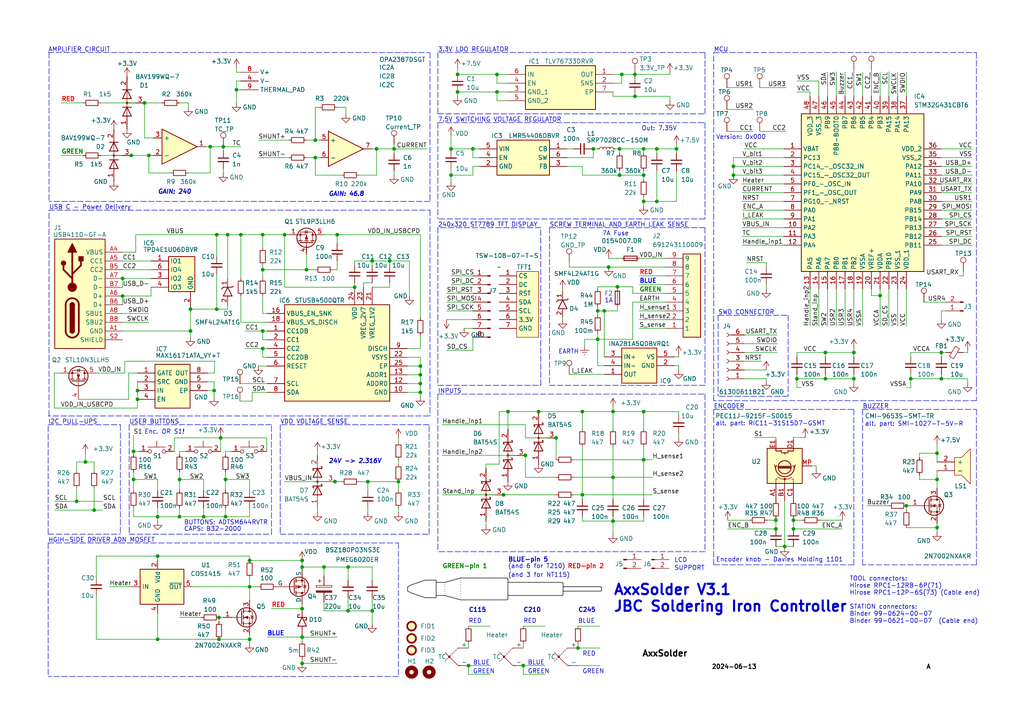
<source format=kicad_sch>
(kicad_sch (version 20231120) (generator "eeschema") (generator_version "8.0")
  (paper "A4")
  (junction (at 132.715 26.67))
  (junction (at 152.4 132.08))
  (junction (at 184.15 21.59))
  (junction (at 271.78 153.035))
  (junction (at 175.26 90.17))
  (junction (at 196.215 43.18))
  (junction (at 39.878 115.824))
  (junction (at 239.395 109.855))
  (junction (at 41.91 29.845))
  (junction (at 264.16 109.855))
  (junction (at 63.5 185.42))
  (junction (at 179.07 83.185))
  (junction (at 212.725 50.8))
  (junction (at 100.965 164.465))
  (junction (at 273.05 102.235))
  (junction (at 52.07 139.065))
  (junction (at 225.044 153.416))
  (junction (at 65.405 139.065))
  (junction (at 231.14 109.855))
  (junction (at 177.8 119.38))
  (junction (at 100.965 177.165))
  (junction (at 59.055 149.86))
  (junction (at 172.085 43.18))
  (junction (at 106.68 139.7))
  (junction (at 190.5 58.42))
  (junction (at 146.05 143.51))
  (junction (at 87.63 162.56))
  (junction (at 65.405 149.86))
  (junction (at 87.63 164.465))
  (junction (at 76.2 68.072))
  (junction (at 190.5 43.18))
  (junction (at 45.72 149.86))
  (junction (at 87.63 176.53))
  (junction (at 247.65 109.855))
  (junction (at 107.95 177.165))
  (junction (at 60.96 42.545))
  (junction (at 68.58 26.035))
  (junction (at 52.07 149.86))
  (junction (at 107.95 75.692))
  (junction (at 255.27 85.725))
  (junction (at 93.98 164.465))
  (junction (at 27.305 147.955))
  (junction (at 22.225 145.415))
  (junction (at 55.245 89.662))
  (junction (at 114.3 43.18))
  (junction (at 72.39 170.18))
  (junction (at 247.65 102.235))
  (junction (at 271.78 139.065))
  (junction (at 115.57 139.7))
  (junction (at 45.72 185.42))
  (junction (at 76.2 101.092))
  (junction (at 109.22 43.18))
  (junction (at 35.56 85.852))
  (junction (at 239.395 102.235))
  (junction (at 130.81 50.8))
  (junction (at 38.735 139.065))
  (junction (at 186.69 119.38))
  (junction (at 156.21 119.38))
  (junction (at 177.8 138.43))
  (junction (at 230.124 153.416))
  (junction (at 271.78 131.445))
  (junction (at 161.29 127))
  (junction (at 62.865 89.662))
  (junction (at 66.04 68.072))
  (junction (at 43.18 45.085))
  (junction (at 76.2 78.232))
  (junction (at 179.705 43.18))
  (junction (at 62.865 68.072))
  (junction (at 39.878 113.284))
  (junction (at 35.56 80.772))
  (junction (at 38.735 130.937))
  (junction (at 45.72 161.29))
  (junction (at 72.39 162.56))
  (junction (at 230.124 150.876))
  (junction (at 273.05 109.855))
  (junction (at 88.9 78.232))
  (junction (at 137.16 43.18))
  (junction (at 168.91 119.38))
  (junction (at 102.87 83.312))
  (junction (at 82.55 68.072))
  (junction (at 184.15 27.94))
  (junction (at 113.03 75.692))
  (junction (at 132.715 21.59))
  (junction (at 87.63 184.785))
  (junction (at 121.92 113.792))
  (junction (at 168.91 143.51))
  (junction (at 225.044 150.876))
  (junction (at 24.765 133.985))
  (junction (at 63.5 179.07))
  (junction (at 144.145 21.59))
  (junction (at 180.34 21.59))
  (junction (at 173.355 98.425))
  (junction (at 121.92 108.712))
  (junction (at 144.145 26.67))
  (junction (at 76.2 96.012))
  (junction (at 91.44 40.64))
  (junction (at 62.103 113.284))
  (junction (at 186.69 58.42))
  (junction (at 55.245 96.012))
  (junction (at 64.77 42.545))
  (junction (at 186.69 50.8))
  (junction (at 147.32 119.38))
  (junction (at 177.8 151.13))
  (junction (at 64.008 127))
  (junction (at 227.584 158.496))
  (junction (at 121.92 111.252))
  (junction (at 173.355 90.17))
  (junction (at 167.64 187.96))
  (junction (at 176.53 77.47))
  (junction (at 135.89 193.04))
  (junction (at 212.725 48.26))
  (junction (at 186.69 43.18))
  (junction (at 121.92 106.172))
  (junction (at 91.44 45.72))
  (junction (at 151.765 193.04))
  (junction (at 97.155 139.7))
  (junction (at 262.89 146.685))
  (junction (at 87.63 192.405))
  (junction (at 38.1 45.085))
  (junction (at 69.85 68.072))
  (junction (at 130.81 43.18))
  (junction (at 186.69 133.35))
  (junction (at 97.79 68.072))
  (junction (at 179.705 50.8))
  (junction (at 72.39 185.42))
  (wire (pts (xy 215.265 53.34) (xy 227.33 53.34)))
  (polyline (pts (xy 228.6 91.44) (xy 228.6 114.935)) (stroke (width 0) (type dash)))
  (wire (pts (xy 168.91 50.8) (xy 179.705 50.8)))
  (wire (pts (xy 72.39 147.32) (xy 72.39 149.86)))
  (polyline (pts (xy 250.19 118.745) (xy 283.21 118.745)) (stroke (width 0) (type dash)))
  (wire (pts (xy 278.13 80.01) (xy 279.4 80.01)))
  (wire (pts (xy 64.008 126.619) (xy 64.008 127)))
  (wire (pts (xy 247.65 83.82) (xy 247.65 94.615)))
  (wire (pts (xy 257.81 20.828) (xy 257.81 27.94)))
  (wire (pts (xy 225.425 99.695) (xy 215.9 99.695)))
  (wire (pts (xy 168.91 119.38) (xy 177.8 119.38)))
  (wire (pts (xy 130.81 50.8) (xy 137.16 50.8)))
  (wire (pts (xy 107.95 173.355) (xy 107.95 177.165)))
  (polyline (pts (xy 13.97 157.48) (xy 115.57 157.48)) (stroke (width 0) (type dash)))
  (wire (pts (xy 96.52 78.232) (xy 97.79 78.232)))
  (wire (pts (xy 132.715 26.67) (xy 144.145 26.67)))
  (wire (pts (xy 273.05 58.42) (xy 281.94 58.42)))
  (wire (pts (xy 177.8 27.94) (xy 177.8 26.67)))
  (wire (pts (xy 266.7 137.795) (xy 266.7 139.065)))
  (wire (pts (xy 15.748 108.204) (xy 17.653 108.204)))
  (wire (pts (xy 152.4 138.43) (xy 152.4 132.08)))
  (wire (pts (xy 107.95 177.165) (xy 107.95 180.975)))
  (wire (pts (xy 92.075 147.32) (xy 92.075 148.59)))
  (wire (pts (xy 93.98 164.465) (xy 100.965 164.465)))
  (wire (pts (xy 147.32 172.72) (xy 163.068 172.72)) (stroke (width 0) (color 0 0 0 1)))
  (wire (pts (xy 190.5 58.42) (xy 196.215 58.42)))
  (wire (pts (xy 68.58 26.035) (xy 68.58 29.845)))
  (wire (pts (xy 115.57 139.7) (xy 115.57 142.24)))
  (wire (pts (xy 194.31 29.21) (xy 194.31 27.94)))
  (wire (pts (xy 173.355 98.425) (xy 173.355 106.045)))
  (wire (pts (xy 247.65 108.585) (xy 247.65 109.855)))
  (wire (pts (xy 225.044 150.876) (xy 222.504 150.876)))
  (wire (pts (xy 121.92 108.712) (xy 121.92 111.252)))
  (wire (pts (xy 174.244 170.18) (xy 174.498 170.434)) (stroke (width 0) (color 0 0 0 1)))
  (wire (pts (xy 225.044 150.876) (xy 225.044 153.416)))
  (wire (pts (xy 114.3 50.8) (xy 114.3 49.53)))
  (wire (pts (xy 212.725 45.72) (xy 227.33 45.72)))
  (wire (pts (xy 185.42 90.17) (xy 193.04 90.17)))
  (wire (pts (xy 169.545 98.425) (xy 169.545 100.33)))
  (wire (pts (xy 225.425 102.235) (xy 215.9 102.235)))
  (wire (pts (xy 97.79 78.232) (xy 97.79 75.692)))
  (wire (pts (xy 52.07 179.07) (xy 58.42 179.07)))
  (wire (pts (xy 123.317 173.355) (xy 126.492 173.355)) (stroke (width 0) (color 0 0 0 1)))
  (wire (pts (xy 60.96 42.545) (xy 64.77 42.545)))
  (wire (pts (xy 222.25 83.82) (xy 222.25 82.55)))
  (wire (pts (xy 137.16 48.26) (xy 139.065 48.26)))
  (wire (pts (xy 118.11 103.632) (xy 121.92 103.632)))
  (wire (pts (xy 92.075 130.81) (xy 92.075 132.08)))
  (polyline (pts (xy 156.845 111.76) (xy 156.845 66.04)) (stroke (width 0) (type dash)))
  (wire (pts (xy 196.85 107.315) (xy 196.85 106.045)))
  (wire (pts (xy 167.64 187.96) (xy 167.64 186.69)))
  (wire (pts (xy 163.322 171.45) (xy 174.244 171.45)) (stroke (width 0) (color 0 0 0 1)))
  (wire (pts (xy 196.85 120.65) (xy 196.85 119.38)))
  (wire (pts (xy 215.265 55.88) (xy 227.33 55.88)))
  (wire (pts (xy 115.57 133.35) (xy 115.57 134.62)))
  (wire (pts (xy 104.14 139.7) (xy 106.68 139.7)))
  (wire (pts (xy 62.23 108.204) (xy 60.198 108.204)))
  (wire (pts (xy 53.848 130.937) (xy 52.07 130.937)))
  (wire (pts (xy 41.91 29.845) (xy 46.99 29.845)))
  (wire (pts (xy 62.865 89.662) (xy 66.04 89.662)))
  (wire (pts (xy 273.05 48.26) (xy 281.94 48.26)))
  (wire (pts (xy 185.42 95.25) (xy 193.04 95.25)))
  (wire (pts (xy 78.74 176.53) (xy 87.63 176.53)))
  (wire (pts (xy 196.85 102.87) (xy 196.85 103.505)))
  (wire (pts (xy 164.465 43.18) (xy 166.37 43.18)))
  (wire (pts (xy 183.515 83.185) (xy 183.515 85.09)))
  (wire (pts (xy 184.15 21.59) (xy 184.15 22.225)))
  (wire (pts (xy 271.78 151.765) (xy 271.78 153.035)))
  (wire (pts (xy 45.72 147.32) (xy 45.72 149.86)))
  (wire (pts (xy 76.2 90.932) (xy 77.47 90.932)))
  (wire (pts (xy 72.39 162.56) (xy 87.63 162.56)))
  (polyline (pts (xy 124.46 123.19) (xy 81.28 123.19)) (stroke (width 0) (type dash)))
  (wire (pts (xy 77.47 96.012) (xy 76.2 96.012)))
  (polyline (pts (xy 127 35.56) (xy 127 63.5)) (stroke (width 0) (type dash)))
  (wire (pts (xy 273.05 109.855) (xy 280.67 109.855)))
  (wire (pts (xy 142.24 181.61) (xy 135.89 181.61)))
  (wire (pts (xy 107.95 75.692) (xy 107.95 76.962)))
  (polyline (pts (xy 207.01 163.83) (xy 207.01 118.745)) (stroke (width 0) (type dash)))
  (wire (pts (xy 87.63 175.26) (xy 87.63 176.53)))
  (polyline (pts (xy 37.465 123.19) (xy 37.465 154.94)) (stroke (width 0) (type dash)))
  (wire (pts (xy 133.604 167.64) (xy 133.604 173.99)) (stroke (width 0) (type dot) (color 0 0 0 1)))
  (wire (pts (xy 186.69 59.69) (xy 186.69 58.42)))
  (wire (pts (xy 163.322 170.18) (xy 174.244 170.18)) (stroke (width 0) (color 0 0 0 1)))
  (wire (pts (xy 177.8 21.59) (xy 180.34 21.59)))
  (wire (pts (xy 35.56 90.932) (xy 43.18 90.932)))
  (wire (pts (xy 231.14 112.395) (xy 231.14 109.855)))
  (wire (pts (xy 39.878 110.744) (xy 39.878 113.284)))
  (wire (pts (xy 52.07 149.86) (xy 59.055 149.86)))
  (wire (pts (xy 190.5 44.45) (xy 190.5 43.18)))
  (wire (pts (xy 211.074 153.416) (xy 225.044 153.416)))
  (wire (pts (xy 52.07 136.906) (xy 52.07 139.065)))
  (wire (pts (xy 64.77 48.895) (xy 64.77 50.165)))
  (wire (pts (xy 273.05 109.855) (xy 273.05 108.585)))
  (polyline (pts (xy 13.97 15.24) (xy 124.46 15.24)) (stroke (width 0) (type dash)))
  (wire (pts (xy 74.93 45.72) (xy 83.82 45.72)))
  (wire (pts (xy 177.8 119.38) (xy 177.8 124.46)))
  (wire (pts (xy 63.5 179.07) (xy 63.5 180.34)))
  (wire (pts (xy 255.27 20.955) (xy 255.27 27.94)))
  (wire (pts (xy 168.91 119.38) (xy 168.91 124.46)))
  (wire (pts (xy 72.39 170.18) (xy 72.39 173.99)))
  (wire (pts (xy 37.338 108.204) (xy 37.338 115.824)))
  (wire (pts (xy 126.492 168.275) (xy 123.317 168.275)) (stroke (width 0) (color 0 0 0 1)))
  (wire (pts (xy 151.765 193.04) (xy 158.115 193.04)))
  (polyline (pts (xy 78.74 123.19) (xy 37.465 123.19)) (stroke (width 0) (type dash)))
  (wire (pts (xy 177.8 24.13) (xy 180.34 24.13)))
  (wire (pts (xy 271.78 128.905) (xy 271.78 131.445)))
  (wire (pts (xy 45.72 161.29) (xy 45.72 162.56)))
  (wire (pts (xy 164.465 45.72) (xy 172.085 45.72)))
  (wire (pts (xy 52.07 139.065) (xy 52.07 142.24)))
  (wire (pts (xy 273.05 102.235) (xy 274.32 102.235)))
  (wire (pts (xy 147.066 167.64) (xy 147.32 167.894)) (stroke (width 0) (color 0 0 0 1)))
  (wire (pts (xy 88.9 78.232) (xy 91.44 78.232)))
  (wire (pts (xy 68.58 23.495) (xy 69.85 23.495)))
  (wire (pts (xy 273.05 60.96) (xy 281.94 60.96)))
  (wire (pts (xy 107.95 43.18) (xy 109.22 43.18)))
  (wire (pts (xy 39.878 115.824) (xy 39.878 118.364)))
  (polyline (pts (xy 124.714 60.96) (xy 124.714 120.65)) (stroke (width 0) (type dash)))
  (wire (pts (xy 130.81 48.895) (xy 130.81 50.8)))
  (wire (pts (xy 179.07 88.9) (xy 179.07 90.17)))
  (wire (pts (xy 129.54 101.6) (xy 137.16 101.6)))
  (wire (pts (xy 186.69 43.18) (xy 190.5 43.18)))
  (wire (pts (xy 186.69 119.38) (xy 177.8 119.38)))
  (wire (pts (xy 97.79 68.072) (xy 97.79 70.612)))
  (wire (pts (xy 126.492 172.72) (xy 129.032 172.72)) (stroke (width 0) (color 0 0 0 1)))
  (wire (pts (xy 177.8 118.11) (xy 177.8 119.38)))
  (wire (pts (xy 76.2 101.092) (xy 76.2 103.632)))
  (wire (pts (xy 62.23 108.204) (xy 62.23 104.775)))
  (polyline (pts (xy 159.385 66.04) (xy 159.385 111.76)) (stroke (width 0) (type dash)))
  (polyline (pts (xy 124.714 15.24) (xy 124.714 58.42)) (stroke (width 0) (type dash)))
  (wire (pts (xy 100.965 177.165) (xy 107.95 177.165)))
  (wire (pts (xy 24.765 131.445) (xy 24.765 133.985)))
  (wire (pts (xy 158.115 195.58) (xy 151.765 195.58)))
  (wire (pts (xy 107.95 82.042) (xy 105.41 82.042)))
  (wire (pts (xy 27.305 133.985) (xy 24.765 133.985)))
  (wire (pts (xy 242.57 83.82) (xy 242.57 94.615)))
  (polyline (pts (xy 81.28 123.19) (xy 81.28 154.94)) (stroke (width 0) (type dash)))
  (wire (pts (xy 87.63 164.465) (xy 87.63 165.1)))
  (wire (pts (xy 105.41 82.042) (xy 105.41 83.312)))
  (wire (pts (xy 185.42 92.71) (xy 193.04 92.71)))
  (polyline (pts (xy 228.6 114.935) (xy 208.28 114.935)) (stroke (width 0) (type dash)))
  (polyline (pts (xy 34.925 123.19) (xy 34.925 154.94)) (stroke (width 0) (type dash)))
  (wire (pts (xy 144.145 26.67) (xy 144.145 29.21)))
  (wire (pts (xy 180.34 24.13) (xy 180.34 21.59)))
  (wire (pts (xy 190.5 43.18) (xy 196.215 43.18)))
  (wire (pts (xy 215.9 43.18) (xy 227.33 43.18)))
  (polyline (pts (xy 13.97 123.19) (xy 34.925 123.19)) (stroke (width 0) (type dash)))
  (wire (pts (xy 176.53 74.93) (xy 180.34 74.93)))
  (wire (pts (xy 43.815 83.312) (xy 43.815 85.852)))
  (polyline (pts (xy 247.65 118.745) (xy 247.65 163.83)) (stroke (width 0) (type dash)))
  (wire (pts (xy 271.78 153.035) (xy 271.78 154.305)))
  (wire (pts (xy 38.735 147.32) (xy 38.735 149.86)))
  (wire (pts (xy 62.103 110.744) (xy 60.198 110.744)))
  (wire (pts (xy 121.92 106.172) (xy 121.92 108.712)))
  (wire (pts (xy 22.225 133.985) (xy 22.225 136.525)))
  (wire (pts (xy 144.145 24.13) (xy 144.145 21.59)))
  (wire (pts (xy 264.16 108.585) (xy 264.16 109.855)))
  (wire (pts (xy 92.71 31.115) (xy 91.44 31.115)))
  (wire (pts (xy 114.3 41.91) (xy 114.3 43.18)))
  (wire (pts (xy 137.16 50.8) (xy 137.16 48.26)))
  (wire (pts (xy 262.89 146.685) (xy 262.89 147.955)))
  (wire (pts (xy 210.82 38.1) (xy 218.44 38.1)))
  (wire (pts (xy 118.745 75.692) (xy 113.03 75.692)))
  (wire (pts (xy 24.765 133.985) (xy 22.225 133.985)))
  (wire (pts (xy 262.89 153.035) (xy 271.78 153.035)))
  (wire (pts (xy 280.67 101.6) (xy 280.67 102.235)))
  (wire (pts (xy 65.405 139.065) (xy 65.405 142.24)))
  (polyline (pts (xy 247.65 163.83) (xy 207.01 163.83)) (stroke (width 0) (type dash)))
  (polyline (pts (xy 127 33.02) (xy 204.47 33.02)) (stroke (width 0) (type dash)))
  (wire (pts (xy 43.18 45.085) (xy 43.18 50.165)))
  (wire (pts (xy 55.88 170.18) (xy 72.39 170.18)))
  (wire (pts (xy 271.78 139.065) (xy 271.78 141.605)))
  (wire (pts (xy 107.95 83.312) (xy 113.03 83.312)))
  (wire (pts (xy 273.05 53.34) (xy 281.94 53.34)))
  (wire (pts (xy 137.16 45.72) (xy 137.16 43.18)))
  (wire (pts (xy 119.507 172.085) (xy 123.317 173.355)) (stroke (width 0) (color 0 0 0 1)))
  (wire (pts (xy 52.07 147.32) (xy 52.07 149.86)))
  (wire (pts (xy 266.7 139.065) (xy 271.78 139.065)))
  (wire (pts (xy 69.85 85.852) (xy 69.85 93.472)))
  (polyline (pts (xy 283.21 163.83) (xy 250.19 163.83)) (stroke (width 0) (type dash)))
  (wire (pts (xy 60.96 42.545) (xy 60.96 50.165)))
  (wire (pts (xy 279.4 102.235) (xy 280.67 102.235)))
  (wire (pts (xy 227.965 25.4) (xy 220.345 25.4)))
  (wire (pts (xy 135.89 193.04) (xy 142.24 193.04)))
  (wire (pts (xy 186.69 50.8) (xy 186.69 49.53)))
  (wire (pts (xy 234.95 94.615) (xy 234.95 83.82)))
  (wire (pts (xy 76.2 96.012) (xy 76.2 98.552)))
  (wire (pts (xy 100.33 33.02) (xy 100.33 31.115)))
  (wire (pts (xy 76.2 68.072) (xy 82.55 68.072)))
  (wire (pts (xy 65.405 136.906) (xy 65.405 139.065)))
  (wire (pts (xy 77.343 130.937) (xy 77.343 127)))
  (wire (pts (xy 137.16 97.79) (xy 137.16 101.6)))
  (polyline (pts (xy 124.714 58.42) (xy 14.224 58.42)) (stroke (width 0) (type dash)))
  (wire (pts (xy 168.91 143.51) (xy 168.91 144.78)))
  (wire (pts (xy 68.58 26.035) (xy 69.85 26.035)))
  (wire (pts (xy 196.85 125.73) (xy 196.85 127)))
  (wire (pts (xy 245.11 20.955) (xy 245.11 27.94)))
  (polyline (pts (xy 156.845 66.04) (xy 127 66.04)) (stroke (width 0) (type dash)))
  (wire (pts (xy 115.57 127) (xy 115.57 128.27)))
  (wire (pts (xy 218.44 31.75) (xy 210.82 31.75)))
  (wire (pts (xy 118.11 106.172) (xy 121.92 106.172)))
  (wire (pts (xy 247.65 102.235) (xy 247.65 103.505)))
  (wire (pts (xy 55.245 89.662) (xy 55.245 96.012)))
  (wire (pts (xy 35.56 80.772) (xy 43.815 80.772)))
  (wire (pts (xy 88.9 45.72) (xy 91.44 45.72)))
  (wire (pts (xy 121.92 111.252) (xy 121.92 113.792)))
  (polyline (pts (xy 204.47 66.04) (xy 204.47 111.76)) (stroke (width 0) (type dash)))
  (polyline (pts (xy 115.57 157.48) (xy 115.57 196.215)) (stroke (width 0) (type dash)))
  (wire (pts (xy 186.69 52.07) (xy 186.69 50.8)))
  (wire (pts (xy 93.98 164.465) (xy 93.98 167.005)))
  (wire (pts (xy 264.16 109.855) (xy 273.05 109.855)))
  (wire (pts (xy 185.42 80.01) (xy 193.04 80.01)))
  (wire (pts (xy 179.705 50.8) (xy 186.69 50.8)))
  (wire (pts (xy 215.9 109.855) (xy 222.25 109.855)))
  (wire (pts (xy 230.124 153.416) (xy 244.348 153.416)))
  (wire (pts (xy 186.69 149.86) (xy 186.69 151.13)))
  (wire (pts (xy 237.49 83.82) (xy 237.49 94.615)))
  (wire (pts (xy 22.225 145.415) (xy 29.845 145.415)))
  (wire (pts (xy 172.085 43.18) (xy 172.085 45.72)))
  (wire (pts (xy 22.733 115.824) (xy 37.338 115.824)))
  (wire (pts (xy 133.604 167.64) (xy 147.066 167.64)) (stroke (width 0) (color 0 0 0 1)))
  (wire (pts (xy 168.91 151.13) (xy 177.8 151.13)))
  (wire (pts (xy 15.748 118.364) (xy 15.748 108.204)))
  (wire (pts (xy 273.05 71.12) (xy 281.94 71.12)))
  (wire (pts (xy 27.305 147.955) (xy 29.845 147.955)))
  (wire (pts (xy 234.95 26.67) (xy 231.14 26.67)))
  (wire (pts (xy 45.72 185.42) (xy 27.94 185.42)))
  (polyline (pts (xy 127 111.76) (xy 156.845 111.76)) (stroke (width 0) (type dash)))
  (wire (pts (xy 77.47 101.092) (xy 76.2 101.092)))
  (polyline (pts (xy 14.224 120.65) (xy 14.224 60.96)) (stroke (width 0) (type dash)))
  (wire (pts (xy 129.032 172.72) (xy 133.604 173.99)) (stroke (width 0) (color 0 0 0 1)))
  (wire (pts (xy 245.11 83.82) (xy 245.11 94.615)))
  (wire (pts (xy 215.265 63.5) (xy 227.33 63.5)))
  (wire (pts (xy 273.05 50.8) (xy 281.94 50.8)))
  (wire (pts (xy 45.72 185.42) (xy 45.72 177.8)))
  (wire (pts (xy 50.546 127) (xy 50.546 130.937)))
  (wire (pts (xy 130.81 82.55) (xy 137.16 82.55)))
  (wire (pts (xy 118.237 171.45) (xy 119.507 172.085)) (stroke (width 0) (color 0 0 0 1)))
  (wire (pts (xy 147.32 168.91) (xy 163.068 168.91)) (stroke (width 0) (color 0 0 0 1)))
  (wire (pts (xy 167.64 187.96) (xy 173.99 187.96)))
  (wire (pts (xy 240.03 83.82) (xy 240.03 94.615)))
  (wire (pts (xy 102.87 76.962) (xy 102.87 75.692)))
  (wire (pts (xy 121.92 103.632) (xy 121.92 106.172)))
  (wire (pts (xy 36.195 108.204) (xy 27.813 108.204)))
  (wire (pts (xy 184.15 20.955) (xy 184.15 21.59)))
  (wire (pts (xy 190.5 49.53) (xy 190.5 58.42)))
  (wire (pts (xy 236.728 135.128) (xy 236.728 136.144)))
  (wire (pts (xy 151.765 186.69) (xy 151.765 187.96)))
  (wire (pts (xy 247.65 100.965) (xy 247.65 102.235)))
  (wire (pts (xy 35.56 93.472) (xy 43.18 93.472)))
  (wire (pts (xy 118.11 108.712) (xy 121.92 108.712)))
  (wire (pts (xy 144.145 29.21) (xy 147.32 29.21)))
  (polyline (pts (xy 204.47 160.02) (xy 127 160.02)) (stroke (width 0) (type dash)))
  (wire (pts (xy 38.735 139.065) (xy 45.72 139.065)))
  (wire (pts (xy 73.152 113.792) (xy 77.47 113.792)))
  (wire (pts (xy 41.91 29.845) (xy 41.91 40.005)))
  (wire (pts (xy 163.322 169.164) (xy 163.322 172.466)) (stroke (width 0) (color 0 0 0 1)))
  (wire (pts (xy 279.4 80.01) (xy 279.4 78.74)))
  (wire (pts (xy 196.85 106.045) (xy 195.58 106.045)))
  (wire (pts (xy 82.55 83.312) (xy 102.87 83.312)))
  (wire (pts (xy 113.03 76.962) (xy 113.03 75.692)))
  (wire (pts (xy 262.89 27.94) (xy 262.89 20.955)))
  (wire (pts (xy 35.56 78.232) (xy 43.815 78.232)))
  (wire (pts (xy 227.584 145.288) (xy 227.584 158.496)))
  (wire (pts (xy 175.26 90.17) (xy 179.07 90.17)))
  (wire (pts (xy 45.72 149.86) (xy 52.07 149.86)))
  (polyline (pts (xy 124.46 120.65) (xy 13.97 120.65)) (stroke (width 0) (type dash)))
  (wire (pts (xy 106.68 139.7) (xy 106.68 142.24)))
  (wire (pts (xy 54.61 31.115) (xy 54.61 29.845)))
  (wire (pts (xy 62.23 104.775) (xy 36.195 104.775)))
  (wire (pts (xy 65.405 149.86) (xy 72.39 149.86)))
  (wire (pts (xy 64.008 127) (xy 77.343 127)))
  (wire (pts (xy 118.11 111.252) (xy 121.92 111.252)))
  (wire (pts (xy 179.705 49.53) (xy 179.705 50.8)))
  (wire (pts (xy 164.465 48.26) (xy 168.91 48.26)))
  (wire (pts (xy 93.98 68.072) (xy 97.79 68.072)))
  (polyline (pts (xy 13.97 154.94) (xy 34.925 154.94)) (stroke (width 0) (type dash)))
  (wire (pts (xy 179.705 43.18) (xy 186.69 43.18)))
  (wire (pts (xy 60.96 50.165) (xy 54.61 50.165)))
  (wire (pts (xy 62.103 115.189) (xy 62.103 113.284)))
  (wire (pts (xy 252.73 85.725) (xy 255.27 85.725)))
  (wire (pts (xy 132.715 26.67) (xy 132.715 27.94)))
  (wire (pts (xy 55.245 97.79) (xy 55.245 96.012)))
  (wire (pts (xy 183.515 87.63) (xy 193.04 87.63)))
  (wire (pts (xy 69.85 68.072) (xy 69.85 80.772)))
  (wire (pts (xy 255.27 83.82) (xy 255.27 85.725)))
  (wire (pts (xy 196.85 103.505) (xy 195.58 103.505)))
  (wire (pts (xy 250.19 20.955) (xy 250.19 27.94)))
  (wire (pts (xy 212.725 45.72) (xy 212.725 48.26)))
  (wire (pts (xy 107.95 75.692) (xy 113.03 75.692)))
  (wire (pts (xy 121.92 101.092) (xy 118.11 101.092)))
  (polyline (pts (xy 204.47 63.5) (xy 127 63.5)) (stroke (width 0) (type dash)))
  (wire (pts (xy 227.584 158.496) (xy 230.124 158.496)))
  (wire (pts (xy 186.69 133.35) (xy 189.23 133.35)))
  (wire (pts (xy 68.58 23.495) (xy 68.58 26.035)))
  (wire (pts (xy 146.05 143.51) (xy 161.29 143.51)))
  (wire (pts (xy 273.05 55.88) (xy 281.94 55.88)))
  (wire (pts (xy 87.63 164.465) (xy 93.98 164.465)))
  (polyline (pts (xy 283.21 116.205) (xy 207.01 116.205)) (stroke (width 0) (type dash)))
  (wire (pts (xy 177.8 151.13) (xy 177.8 154.94)))
  (polyline (pts (xy 127 114.3) (xy 127 160.02)) (stroke (width 0) (type dash)))
  (wire (pts (xy 152.4 138.43) (xy 161.29 138.43)))
  (wire (pts (xy 76.2 78.232) (xy 76.2 80.772)))
  (wire (pts (xy 76.2 76.962) (xy 76.2 78.232)))
  (wire (pts (xy 38.735 149.86) (xy 45.72 149.86)))
  (wire (pts (xy 266.7 131.445) (xy 266.7 132.715)))
  (wire (pts (xy 227.584 158.496) (xy 227.584 158.75)))
  (wire (pts (xy 177.8 138.43) (xy 177.8 144.78)))
  (wire (pts (xy 184.15 21.59) (xy 194.31 21.59)))
  (wire (pts (xy 168.91 50.8) (xy 168.91 48.26)))
  (wire (pts (xy 152.4 127) (xy 161.29 127)))
  (wire (pts (xy 130.81 39.37) (xy 130.81 43.18)))
  (wire (pts (xy 273.05 63.5) (xy 281.94 63.5)))
  (wire (pts (xy 71.12 101.092) (xy 76.2 101.092)))
  (wire (pts (xy 233.553 126.873) (xy 230.124 126.873)))
  (wire (pts (xy 130.81 43.18) (xy 130.81 43.815)))
  (wire (pts (xy 179.705 43.18) (xy 179.705 44.45)))
  (wire (pts (xy 196.215 41.91) (xy 196.215 43.18)))
  (wire (pts (xy 216.535 76.2) (xy 222.25 76.2)))
  (wire (pts (xy 168.91 129.54) (xy 168.91 143.51)))
  (wire (pts (xy 239.395 102.235) (xy 239.395 103.505)))
  (polyline (pts (xy 78.74 154.94) (xy 78.74 123.19)) (stroke (width 0) (type dash)))
  (wire (pts (xy 63.5 185.42) (xy 45.72 185.42)))
  (wire (pts (xy 166.37 138.43) (xy 177.8 138.43)))
  (wire (pts (xy 76.2 85.852) (xy 76.2 90.932)))
  (wire (pts (xy 158.115 181.61) (xy 151.765 181.61)))
  (wire (pts (xy 178.435 43.18) (xy 179.705 43.18)))
  (wire (pts (xy 177.8 149.86) (xy 177.8 151.13)))
  (wire (pts (xy 140.97 134.62) (xy 140.97 135.89)))
  (wire (pts (xy 64.77 42.545) (xy 69.85 42.545)))
  (wire (pts (xy 93.98 174.625) (xy 93.98 177.165)))
  (wire (pts (xy 273.05 66.04) (xy 281.94 66.04)))
  (wire (pts (xy 97.79 68.072) (xy 121.92 68.072)))
  (wire (pts (xy 166.37 143.51) (xy 168.91 143.51)))
  (wire (pts (xy 64.008 127) (xy 64.008 130.937)))
  (wire (pts (xy 271.78 136.525) (xy 271.78 139.065)))
  (wire (pts (xy 230.124 150.876) (xy 230.124 153.416)))
  (polyline (pts (xy 283.21 110.49) (xy 283.21 116.205)) (stroke (width 0) (type dash)))
  (wire (pts (xy 132.715 21.59) (xy 144.145 21.59)))
  (wire (pts (xy 144.145 26.67) (xy 147.32 26.67)))
  (wire (pts (xy 142.24 195.58) (xy 135.89 195.58)))
  (wire (pts (xy 163.322 172.466) (xy 163.068 172.72)) (stroke (width 0) (color 0 0 0 1)))
  (wire (pts (xy 63.5 179.07) (xy 64.77 179.07)))
  (wire (pts (xy 97.155 139.7) (xy 99.06 139.7)))
  (polyline (pts (xy 127 114.3) (xy 204.47 114.3)) (stroke (width 0) (type dash)))
  (wire (pts (xy 144.78 119.38) (xy 147.32 119.38)))
  (wire (pts (xy 237.49 23.495) (xy 231.14 23.495)))
  (wire (pts (xy 77.47 184.785) (xy 87.63 184.785)))
  (wire (pts (xy 109.22 50.8) (xy 109.22 43.18)))
  (polyline (pts (xy 208.28 91.44) (xy 208.28 114.935)) (stroke (width 0) (type dash)))
  (wire (pts (xy 239.395 109.855) (xy 247.65 109.855)))
  (wire (pts (xy 144.145 21.59) (xy 147.32 21.59)))
  (wire (pts (xy 240.03 20.955) (xy 240.03 27.94)))
  (wire (pts (xy 38.735 139.065) (xy 38.735 142.24)))
  (wire (pts (xy 230.124 126.873) (xy 230.124 127.508)))
  (wire (pts (xy 62.865 79.502) (xy 62.865 89.662)))
  (polyline (pts (xy 124.46 154.94) (xy 124.46 123.19)) (stroke (width 0) (type dash)))
  (wire (pts (xy 252.73 20.32) (xy 252.73 27.94)))
  (wire (pts (xy 280.67 111.125) (xy 280.67 109.855)))
  (wire (pts (xy 147.32 119.38) (xy 156.21 119.38)))
  (wire (pts (xy 65.405 130.937) (xy 65.405 131.826)))
  (wire (pts (xy 63.5 185.42) (xy 72.39 185.42)))
  (wire (pts (xy 114.3 43.18) (xy 123.825 43.18)))
  (wire (pts (xy 43.18 50.165) (xy 49.53 50.165)))
  (wire (pts (xy 175.26 90.17) (xy 173.355 90.17)))
  (polyline (pts (xy 13.97 154.94) (xy 13.97 123.19)) (stroke (width 0) (type dash)))
  (wire (pts (xy 52.07 29.845) (xy 54.61 29.845)))
  (wire (pts (xy 163.195 83.82) (xy 163.195 84.455)))
  (wire (pts (xy 215.265 71.12) (xy 227.33 71.12)))
  (wire (pts (xy 173.355 98.425) (xy 183.515 98.425)))
  (wire (pts (xy 15.875 147.955) (xy 27.305 147.955)))
  (wire (pts (xy 29.21 29.845) (xy 41.91 29.845)))
  (wire (pts (xy 45.72 139.065) (xy 45.72 142.24)))
  (wire (pts (xy 38.1 45.085) (xy 43.18 45.085)))
  (wire (pts (xy 100.965 164.465) (xy 100.965 168.275)))
  (wire (pts (xy 76.2 78.232) (xy 88.9 78.232)))
  (wire (pts (xy 234.95 27.94) (xy 234.95 26.67)))
  (wire (pts (xy 71.12 96.012) (xy 76.2 96.012)))
  (wire (pts (xy 273.05 102.235) (xy 273.05 103.505)))
  (wire (pts (xy 173.99 181.61) (xy 167.64 181.61)))
  (wire (pts (xy 185.42 82.55) (xy 193.04 82.55)))
  (wire (pts (xy 76.2 98.552) (xy 77.47 98.552)))
  (wire (pts (xy 130.81 80.01) (xy 137.16 80.01)))
  (wire (pts (xy 39.37 73.152) (xy 39.37 68.072)))
  (wire (pts (xy 273.05 45.72) (xy 281.94 45.72)))
  (wire (pts (xy 39.37 68.072) (xy 62.865 68.072)))
  (wire (pts (xy 250.19 83.82) (xy 250.19 94.615)))
  (wire (pts (xy 62.865 68.072) (xy 62.865 74.422)))
  (wire (pts (xy 247.65 20.32) (xy 247.65 27.94)))
  (wire (pts (xy 225.044 150.368) (xy 225.044 150.876)))
  (wire (pts (xy 129.54 85.09) (xy 137.16 85.09)))
  (polyline (pts (xy 127 66.04) (xy 127 111.76)) (stroke (width 0) (type dash)))
  (wire (pts (xy 118.745 85.852) (xy 118.745 75.692)))
  (wire (pts (xy 99.06 50.8) (xy 91.44 50.8)))
  (wire (pts (xy 237.744 150.876) (xy 244.348 150.876)))
  (wire (pts (xy 186.69 58.42) (xy 190.5 58.42)))
  (wire (pts (xy 237.49 23.495) (xy 237.49 27.94)))
  (wire (pts (xy 185.42 74.93) (xy 193.04 74.93)))
  (wire (pts (xy 15.748 118.364) (xy 39.878 118.364)))
  (wire (pts (xy 215.9 97.155) (xy 225.425 97.155)))
  (wire (pts (xy 273.05 90.17) (xy 274.32 90.17)))
  (wire (pts (xy 93.98 177.165) (xy 100.965 177.165)))
  (wire (pts (xy 52.07 139.065) (xy 59.055 139.065)))
  (wire (pts (xy 161.29 127) (xy 161.29 133.35)))
  (wire (pts (xy 183.515 87.63) (xy 183.515 98.425)))
  (wire (pts (xy 113.03 82.042) (xy 113.03 83.312)))
  (wire (pts (xy 222.25 110.49) (xy 222.25 109.855)))
  (wire (pts (xy 59.055 149.86) (xy 65.405 149.86)))
  (wire (pts (xy 62.865 68.072) (xy 66.04 68.072)))
  (wire (pts (xy 17.78 29.845) (xy 24.13 29.845)))
  (wire (pts (xy 137.16 43.18) (xy 139.065 43.18)))
  (wire (pts (xy 140.97 134.62) (xy 144.78 134.62)))
  (wire (pts (xy 147.066 173.99) (xy 147.32 173.736)) (stroke (width 0) (color 0 0 0 1)))
  (wire (pts (xy 35.56 85.852) (xy 35.56 88.392)))
  (wire (pts (xy 74.93 170.18) (xy 72.39 170.18)))
  (polyline (pts (xy 208.28 91.44) (xy 228.6 91.44)) (stroke (width 0) (type dash)))
  (wire (pts (xy 147.32 167.894) (xy 147.32 173.736)) (stroke (width 0) (color 0 0 0 1)))
  (wire (pts (xy 147.32 124.46) (xy 147.32 119.38)))
  (wire (pts (xy 38.1 170.18) (xy 31.75 170.18)))
  (wire (pts (xy 264.16 102.235) (xy 264.16 103.505)))
  (wire (pts (xy 132.715 19.685) (xy 132.715 21.59)))
  (wire (pts (xy 264.16 102.235) (xy 273.05 102.235)))
  (wire (pts (xy 87.63 184.15) (xy 87.63 184.785)))
  (wire (pts (xy 72.39 170.18) (xy 72.39 167.64)))
  (wire (pts (xy 45.72 149.86) (xy 45.72 151.13)))
  (wire (pts (xy 156.21 119.38) (xy 168.91 119.38)))
  (wire (pts (xy 273.05 68.58) (xy 281.94 68.58)))
  (wire (pts (xy 40.386 130.937) (xy 38.735 130.937)))
  (wire (pts (xy 230.124 150.368) (xy 230.124 150.876)))
  (wire (pts (xy 82.55 68.072) (xy 83.82 68.072)))
  (polyline (pts (xy 204.47 114.3) (xy 204.47 160.02)) (stroke (width 0) (type dash)))
  (wire (pts (xy 186.69 124.46) (xy 186.69 119.38)))
  (wire (pts (xy 173.355 83.185) (xy 173.355 83.82)))
  (polyline (pts (xy 204.47 33.02) (xy 204.47 15.24)) (stroke (width 0) (type dash)))
  (wire (pts (xy 115.57 147.32) (xy 115.57 148.59)))
  (wire (pts (xy 50.546 127) (xy 64.008 127)))
  (wire (pts (xy 173.355 90.17) (xy 173.355 91.44)))
  (wire (pts (xy 189.23 143.51) (xy 168.91 143.51)))
  (wire (pts (xy 129.032 168.91) (xy 129.032 172.72)) (stroke (width 0) (type dot) (color 0 0 0 1)))
  (wire (pts (xy 175.26 103.505) (xy 175.26 90.17)))
  (wire (pts (xy 27.94 161.29) (xy 45.72 161.29)))
  (wire (pts (xy 130.81 43.18) (xy 137.16 43.18)))
  (wire (pts (xy 186.69 151.13) (xy 177.8 151.13)))
  (wire (pts (xy 163.068 168.91) (xy 163.322 169.164)) (stroke (width 0) (color 0 0 0 1)))
  (wire (pts (xy 173.355 106.045) (xy 175.26 106.045)))
  (wire (pts (xy 173.355 88.9) (xy 173.355 90.17)))
  (wire (pts (xy 121.92 97.282) (xy 121.92 101.092)))
  (polyline (pts (xy 159.385 66.04) (xy 204.47 66.04)) (stroke (width 0) (type dash)))
  (wire (pts (xy 114.3 43.18) (xy 114.3 44.45)))
  (wire (pts (xy 102.87 75.692) (xy 107.95 75.692)))
  (wire (pts (xy 68.58 20.955) (xy 69.85 20.955)))
  (wire (pts (xy 35.56 80.772) (xy 35.56 83.312)))
  (wire (pts (xy 215.265 58.42) (xy 227.33 58.42)))
  (wire (pts (xy 215.265 66.04) (xy 227.33 66.04)))
  (wire (pts (xy 165.1 108.585) (xy 175.26 108.585)))
  (wire (pts (xy 196.85 119.38) (xy 186.69 119.38)))
  (wire (pts (xy 82.55 68.072) (xy 82.55 83.312)))
  (wire (pts (xy 62.103 113.284) (xy 62.103 110.744)))
  (wire (pts (xy 264.16 112.395) (xy 264.16 109.855)))
  (wire (pts (xy 215.9 107.315) (xy 222.25 107.315)))
  (wire (pts (xy 107.95 164.465) (xy 107.95 168.275)))
  (wire (pts (xy 215.392 60.96) (xy 227.33 60.96)))
  (wire (pts (xy 222.25 76.2) (xy 222.25 77.47)))
  (polyline (pts (xy 207.01 118.745) (xy 247.65 118.745)) (stroke (width 0) (type dash)))
  (wire (pts (xy 172.085 43.18) (xy 173.355 43.18)))
  (wire (pts (xy 87.63 192.405) (xy 97.79 192.405)))
  (polyline (pts (xy 81.28 154.94) (xy 124.46 154.94)) (stroke (width 0) (type dash)))
  (wire (pts (xy 140.97 152.4) (xy 140.97 151.13)))
  (wire (pts (xy 68.58 19.685) (xy 68.58 20.955)))
  (wire (pts (xy 100.965 173.355) (xy 100.965 177.165)))
  (wire (pts (xy 183.515 85.09) (xy 193.04 85.09)))
  (wire (pts (xy 88.9 73.787) (xy 88.9 78.232)))
  (wire (pts (xy 106.68 139.7) (xy 115.57 139.7)))
  (wire (pts (xy 177.8 129.54) (xy 177.8 138.43)))
  (wire (pts (xy 133.604 173.99) (xy 147.066 173.99)) (stroke (width 0) (color 0 0 0 1)))
  (wire (pts (xy 144.78 134.62) (xy 144.78 119.38)))
  (wire (pts (xy 271.78 131.445) (xy 271.78 133.985)))
  (polyline (pts (xy 127 35.56) (xy 204.47 35.56)) (stroke (width 0) (type dash)))
  (wire (pts (xy 239.395 108.585) (xy 239.395 109.855)))
  (wire (pts (xy 168.91 149.86) (xy 168.91 151.13)))
  (wire (pts (xy 66.04 68.072) (xy 69.85 68.072)))
  (wire (pts (xy 15.875 145.415) (xy 22.225 145.415)))
  (wire (pts (xy 180.34 21.59) (xy 184.15 21.59)))
  (wire (pts (xy 212.725 48.26) (xy 212.725 50.8)))
  (wire (pts (xy 165.1 77.47) (xy 176.53 77.47)))
  (wire (pts (xy 88.9 40.64) (xy 91.44 40.64)))
  (wire (pts (xy 69.596 111.252) (xy 77.47 111.252)))
  (wire (pts (xy 91.44 50.8) (xy 91.44 45.72)))
  (wire (pts (xy 218.44 25.4) (xy 210.82 25.4)))
  (wire (pts (xy 147.32 24.13) (xy 144.145 24.13)))
  (wire (pts (xy 186.69 58.42) (xy 186.69 57.15)))
  (wire (pts (xy 69.85 68.072) (xy 76.2 68.072)))
  (wire (pts (xy 106.68 147.32) (xy 106.68 148.59)))
  (wire (pts (xy 137.16 95.25) (xy 134.62 95.25)))
  (wire (pts (xy 173.99 193.04) (xy 167.64 193.04)))
  (wire (pts (xy 43.815 85.852) (xy 35.56 85.852)))
  (wire (pts (xy 37.338 108.204) (xy 39.878 108.204)))
  (wire (pts (xy 66.04 88.392) (xy 66.04 89.662)))
  (wire (pts (xy 235.458 135.128) (xy 236.728 135.128)))
  (wire (pts (xy 22.225 141.605) (xy 22.225 145.415)))
  (wire (pts (xy 27.305 141.605) (xy 27.305 147.955)))
  (wire (pts (xy 251.46 146.685) (xy 257.81 146.685)))
  (wire (pts (xy 74.93 106.172) (xy 77.47 106.172)))
  (wire (pts (xy 91.44 40.64) (xy 92.71 40.64)))
  (wire (pts (xy 60.96 42.545) (xy 59.69 42.545)))
  (wire (pts (xy 176.53 77.47) (xy 193.04 77.47)))
  (wire (pts (xy 87.63 162.56) (xy 87.63 164.465)))
  (polyline (pts (xy 283.21 15.24) (xy 283.21 110.49)) (stroke (width 0) (type dash)))
  (polyline (pts (xy 115.57 196.215) (xy 13.97 196.215)) (stroke (width 0) (type dash)))
  (wire (pts (xy 262.89 83.82) (xy 262.89 94.615)))
  (wire (pts (xy 225.044 126.873) (xy 218.694 126.873)))
  (wire (pts (xy 239.395 102.235) (xy 247.65 102.235)))
  (wire (pts (xy 220.98 104.775) (xy 215.9 104.775)))
  (wire (pts (xy 59.055 139.065) (xy 59.055 142.24)))
  (wire (pts (xy 74.93 40.64) (xy 83.82 40.64)))
  (wire (pts (xy 41.91 40.005) (xy 44.45 40.005)))
  (wire (pts (xy 196.215 44.45) (xy 196.215 43.18)))
  (wire (pts (xy 169.545 98.425) (xy 173.355 98.425)))
  (wire (pts (xy 38.735 136.906) (xy 38.735 139.065)))
  (wire (pts (xy 133.604 167.64) (xy 129.032 168.91)) (stroke (width 0) (color 0 0 0 1)))
  (wire (pts (xy 186.69 133.35) (xy 186.69 144.78)))
  (wire (pts (xy 186.69 44.45) (xy 186.69 43.18)))
  (wire (pts (xy 65.405 139.065) (xy 72.39 139.065)))
  (wire (pts (xy 17.78 45.085) (xy 24.13 45.085)))
  (wire (pts (xy 166.37 133.35) (xy 186.69 133.35)))
  (wire (pts (xy 60.198 113.284) (xy 62.103 113.284)))
  (wire (pts (xy 231.14 102.235) (xy 231.14 103.505)))
  (wire (pts (xy 104.14 50.8) (xy 109.22 50.8)))
  (wire (pts (xy 35.56 73.152) (xy 39.37 73.152)))
  (wire (pts (xy 262.89 146.685) (xy 264.16 146.685)))
  (wire (pts (xy 87.63 186.055) (xy 87.63 184.785)))
  (wire (pts (xy 215.265 68.58) (xy 227.33 68.58)))
  (wire (pts (xy 189.23 138.43) (xy 177.8 138.43)))
  (wire (pts (xy 173.355 96.52) (xy 173.355 98.425)))
  (wire (pts (xy 55.245 89.662) (xy 62.865 89.662)))
  (wire (pts (xy 87.63 184.785) (xy 97.79 184.785)))
  (wire (pts (xy 43.18 45.085) (xy 44.45 45.085)))
  (wire (pts (xy 82.55 139.7) (xy 97.155 139.7)))
  (wire (pts (xy 67.183 130.937) (xy 65.405 130.937)))
  (wire (pts (xy 64.77 43.815) (xy 64.77 42.545)))
  (wire (pts (xy 121.92 115.062) (xy 121.92 113.792)))
  (polyline (pts (xy 127 15.24) (xy 127 33.02)) (stroke (width 0) (type dash)))
  (wire (pts (xy 128.27 123.19) (xy 152.4 123.19)))
  (wire (pts (xy 72.39 162.56) (xy 72.39 161.29)))
  (polyline (pts (xy 204.47 35.56) (xy 204.47 63.5)) (stroke (width 0) (type dash)))
  (wire (pts (xy 129.54 87.63) (xy 137.16 87.63)))
  (wire (pts (xy 72.39 139.065) (xy 72.39 142.24)))
  (wire (pts (xy 36.195 104.775) (xy 36.195 108.204)))
  (polyline (pts (xy 14.224 60.96) (xy 124.714 60.96)) (stroke (width 0) (type dash)))
  (wire (pts (xy 151.765 193.04) (xy 151.765 195.58)))
  (wire (pts (xy 173.355 83.185) (xy 179.07 83.185)))
  (wire (pts (xy 152.4 123.19) (xy 152.4 127)))
  (wire (pts (xy 186.69 129.54) (xy 186.69 133.35)))
  (polyline (pts (xy 204.47 15.24) (xy 127 15.24)) (stroke (width 0) (type dash)))
  (wire (pts (xy 196.215 49.53) (xy 196.215 58.42)))
  (wire (pts (xy 73.152 116.332) (xy 73.152 113.792)))
  (wire (pts (xy 220.345 38.1) (xy 227.965 38.1)))
  (wire (pts (xy 171.45 43.18) (xy 172.085 43.18)))
  (wire (pts (xy 174.498 171.196) (xy 174.244 171.45)) (stroke (width 0) (color 0 0 0 1)))
  (wire (pts (xy 225.044 158.496) (xy 227.584 158.496)))
  (wire (pts (xy 52.07 130.937) (xy 52.07 131.826)))
  (wire (pts (xy 91.44 31.115) (xy 91.44 40.64)))
  (polyline (pts (xy 207.01 15.24) (xy 283.21 15.24)) (stroke (width 0) (type dash)))
  (wire (pts (xy 231.14 102.235) (xy 239.395 102.235)))
  (polyline (pts (xy 204.47 111.76) (xy 159.385 111.76)) (stroke (width 0) (type dash)))
  (wire (pts (xy 231.14 108.585) (xy 231.14 109.855)))
  (wire (pts (xy 139.065 45.72) (xy 137.16 45.72)))
  (polyline (pts (xy 13.97 157.48) (xy 13.97 196.215)) (stroke (width 0) (type dash)))
  (wire (pts (xy 174.498 170.434) (xy 174.498 171.196)) (stroke (width 0) (color 0 0 0 1)))
  (wire (pts (xy 231.14 109.855) (xy 239.395 109.855)))
  (wire (pts (xy 66.04 68.072) (xy 66.04 80.772)))
  (wire (pts (xy 137.16 92.71) (xy 129.54 92.71)))
  (wire (pts (xy 247.65 111.125) (xy 247.65 109.855)))
  (wire (pts (xy 255.27 85.725) (xy 255.27 94.615)))
  (wire (pts (xy 123.317 168.275) (xy 119.507 169.545)) (stroke (width 0) (color 0 0 0 1)))
  (wire (pts (xy 128.27 143.51) (xy 146.05 143.51)))
  (wire (pts (xy 118.237 170.18) (xy 118.237 171.45)) (stroke (width 0) (color 0 0 0 1)))
  (wire (pts (xy 72.39 161.29) (xy 45.72 161.29)))
  (wire (pts (xy 97.79 31.115) (xy 100.33 31.115)))
  (wire (pts (xy 232.41 112.395) (xy 231.14 112.395)))
  (wire (pts (xy 69.596 116.332) (xy 73.152 116.332)))
  (wire (pts (xy 35.56 75.692) (xy 43.815 75.692)))
  (polyline (pts (xy 283.21 118.745) (xy 283.21 163.83)) (stroke (width 0) (type dash)))
  (wire (pts (xy 273.05 92.71) (xy 273.05 90.17)))
  (wire (pts (xy 65.405 147.32) (xy 65.405 149.86)))
  (wire (pts (xy 76.2 68.072) (xy 76.2 71.882)))
  (wire (pts (xy 242.57 27.94) (xy 242.57 20.828)))
  (wire (pts (xy 225.044 126.873) (xy 225.044 127.508)))
  (wire (pts (xy 267.97 87.63) (xy 274.32 87.63)))
  (polyline (pts (xy 207.01 116.205) (xy 207.01 15.24)) (stroke (width 0) (type dash)))
  (wire (pts (xy 194.31 21.59) (xy 194.31 20.955)))
  (wire (pts (xy 39.878 113.284) (xy 39.878 115.824)))
  (wire (pts (xy 118.11 113.792) (xy 121.92 113.792)))
  (wire (pts (xy 69.85 93.472) (xy 77.47 93.472)))
  (wire (pts (xy 38.735 126.238) (xy 38.735 130.937)))
  (wire (pts (xy 29.21 45.085) (xy 38.1 45.085)))
  (wire (pts (xy 266.7 131.445) (xy 271.78 131.445)))
  (wire (pts (xy 232.664 150.876) (xy 230.124 150.876)))
  (wire (pts (xy 184.15 27.94) (xy 184.15 27.305)))
  (wire (pts (xy 135.89 186.69) (xy 135.89 187.96)))
  (wire (pts (xy 252.73 83.82) (xy 252.73 85.725)))
  (wire (pts (xy 126.492 168.275) (xy 126.492 173.355)) (stroke (width 0) (color 0 0 0 1)))
  (wire (pts (xy 128.27 132.08) (xy 152.4 132.08)))
  (wire (pts (xy 119.507 169.545) (xy 118.237 170.18)) (stroke (width 0) (color 0 0 0 1)))
  (wire (pts (xy 163.195 92.075) (xy 163.195 92.71)))
  (wire (pts (xy 165.1 77.47) (xy 165.1 76.2)))
  (wire (pts (xy 91.44 45.72) (xy 92.71 45.72)))
  (wire (pts (xy 212.725 50.8) (xy 227.33 50.8)))
  (wire (pts (xy 72.39 184.15) (xy 72.39 185.42)))
  (polyline (pts (xy 250.19 118.745) (xy 250.19 163.83)) (stroke (width 0) (type dash)))
  (wire (pts (xy 109.22 43.18) (xy 114.3 43.18)))
  (wire (pts (xy 129.54 90.17) (xy 137.16 90.17)))
  (wire (pts (xy 76.2 103.632) (xy 77.47 103.632)))
  (wire (pts (xy 130.81 50.8) (xy 130.81 52.705)))
  (polyline (pts (xy 37.465 154.94) (xy 78.74 154.94)) (stroke (width 0) (type dash)))
  (wire (pts (xy 184.15 27.94) (xy 194.31 27.94)))
  (wire (pts (xy 273.05 43.18) (xy 281.94 43.18)))
  (wire (pts (xy 38.735 130.937) (xy 38.735 131.826)))
  (wire (pts (xy 27.305 136.525) (xy 27.305 133.985)))
  (wire (pts (xy 260.35 20.955) (xy 260.35 27.94)))
  (wire (pts (xy 135.89 193.04) (xy 135.89 195.58)))
  (wire (pts (xy 211.074 150.876) (xy 217.424 150.876)))
  (wire (pts (xy 257.81 83.82) (xy 257.81 94.615)))
  (wire (pts (xy 102.87 82.042) (xy 102.87 83.312)))
  (wire (pts (xy 121.92 68.072) (xy 121.92 92.202)))
  (wire (pts (xy 177.8 27.94) (xy 184.15 27.94)))
  (wire (pts (xy 179.07 83.185) (xy 183.515 83.185)))
  (wire (pts (xy 59.055 147.32) (xy 59.055 149.86)))
  (wire (pts (xy 27.94 185.42) (xy 27.94 172.72)))
  (polyline (pts (xy 14.224 15.24) (xy 14.224 58.42)) (stroke (width 0) (type dash)))
  (wire (pts (xy 27.94 167.64) (xy 27.94 161.29)))
  (wire (pts (xy 35.56 96.012) (xy 55.245 96.012)))
  (wire (pts (xy 212.725 48.26) (xy 227.33 48.26)))
  (wire (pts (xy 179.07 83.185) (xy 179.07 83.82)))
  (wire (pts (xy 260.35 83.82) (xy 260.35 94.615)))
  (wire (pts (xy 72.39 185.42) (xy 72.39 186.69)))
  (wire (pts (xy 129.032 168.91) (xy 126.492 168.91)) (stroke (width 0) (color 0 0 0 1)))
  (wire (pts (xy 262.89 112.395) (xy 264.16 112.395)))
  (wire (pts (xy 100.965 164.465) (xy 107.95 164.465)))
  (wire (pts (xy 87.63 191.135) (xy 87.63 192.405)))
  (text "Version: 0x000" (at 207.645 40.64 0) (effects (font (size 1.27 1.27)) (justify left bottom)))
  (text "USER BUTTONS" (at 37.465 123.19 0) (effects (font (size 1.27 1.27)) (justify left bottom)))
  (text "C115" (at 135.89 177.8 0) (effects (font (size 1.27 1.27) (thickness 0.254) (bold yes)) (justify left bottom)))
  (text "7A Fuse" (at 174.625 68.58 0) (effects (font (size 1.27 1.27)) (justify left bottom)))
  (text "Encoder knob - Davies Molding 1101" (at 207.645 163.195 0) (effects (font (size 1.27 1.27)) (justify left bottom)))
  (text "USB C - Power Delivery" (at 14.224 60.96 0) (effects (font (size 1.27 1.27)) (justify left bottom)))
  (text "BUTTONS: ADTSM644RVTR" (at 53.34 152.4 0) (effects (font (size 1.27 1.27)) (justify left bottom)))
  (text "Enc. OR S1!" (at 41.783 126.111 0) (effects (font (size 1.27 1.27) (italic yes)) (justify left bottom)))
  (text "MCU" (at 207.01 15.24 0) (effects (font (size 1.27 1.27)) (justify left bottom)))
  (text "CAPS: B32-2000" (at 53.34 154.305 0) (effects (font (size 1.27 1.27)) (justify left bottom)))
  (text "GREEN" (at 137.16 195.58 0) (effects (font (size 1.27 1.27)) (justify left bottom)))
  (text "(and 3 for NT115)" (at 147.32 167.64 0) (effects (font (size 1.27 1.27)) (justify left bottom)))
  (text "GREEN-pin 1" (at 128.27 165.1 0) (effects (font (size 1.27 1.27) (thickness 0.254) (bold yes)) (justify left bottom)))
  (text "RED\n" (at 135.89 180.975 0) (effects (font (size 1.27 1.27)) (justify left bottom)))
  (text "1A" (at 175.3175 88.0421 0) (effects (font (size 1.27 1.27)) (justify left bottom)))
  (text "LCD" (at 195.58 163.322 0) (effects (font (size 1.27 1.27)) (justify left bottom)))
  (text "alt. part: SMI-1027-T-5V-R\n" (at 250.825 123.825 0) (effects (font (size 1.27 1.27)) (justify left bottom)))
  (text "(and 6 for T210)" (at 147.32 165.1 0) (effects (font (size 1.27 1.27)) (justify left bottom)))
  (text "SCREW TERMINAL AND EARTH LEAK SENSE" (at 159.385 66.04 0) (effects (font (size 1.27 1.27)) (justify left bottom)))
  (text "AMPLIFIER CIRCUIT" (at 13.97 15.24 0) (effects (font (size 1.27 1.27)) (justify left bottom)))
  (text "24V -> 2.316V" (at 95.25 134.62 0) (effects (font (size 1.27 1.27) (thickness 0.254) (bold yes) (italic yes)) (justify left bottom)))
  (text "A" (at 268.605 194.31 0) (effects (font (size 1.27 1.27) (bold yes)) (justify left bottom)))
  (text "VDD VOLTAGE SENSE" (at 81.28 123.19 0) (effects (font (size 1.27 1.27)) (justify left bottom)))
  (text "C245" (at 167.64 177.8 0) (effects (font (size 1.27 1.27) (thickness 0.254) (bold yes)) (justify left bottom)))
  (text "ENCODER" (at 207.01 118.745 0) (effects (font (size 1.27 1.27)) (justify left bottom)))
  (text "SWD CONNECTOR" (at 208.28 91.44 0) (effects (font (size 1.27 1.27)) (justify left bottom)))
  (text "BLUE" (at 153.035 193.04 0) (effects (font (size 1.27 1.27)) (justify left bottom)))
  (text "BLUE-pin 5" (at 147.32 163.195 0) (effects (font (size 1.27 1.27) (thickness 0.254) (bold yes)) (justify left bottom)))
  (text "GREEN" (at 168.91 195.58 0) (effects (font (size 1.27 1.27)) (justify left bottom)))
  (text "2024-06-13" (at 206.375 194.31 0) (effects (font (size 1.27 1.27) (bold yes)) (justify left bottom)))
  (text "BLUE" (at 137.16 193.04 0) (effects (font (size 1.27 1.27)) (justify left bottom)))
  (text "RED\n" (at 151.765 180.975 0) (effects (font (size 1.27 1.27)) (justify left bottom)))
  (text "BLUE" (at 167.64 180.975 0) (effects (font (size 1.27 1.27)) (justify left bottom)))
  (text "BUZZER" (at 250.19 118.745 0) (effects (font (size 1.27 1.27)) (justify left bottom)))
  (text "7.5V SWITCHING VOLTAGE REGULATOR" (at 127 35.56 0) (effects (font (size 1.27 1.27)) (justify left bottom)))
  (text "AxxSolder V3.1\nJBC Soldering Iron Controller" (at 177.8 177.8 0) (effects (font (size 3 3) (thickness 0.6) (bold yes)) (justify left bottom)))
  (text "TOOL connectors: \nHirose RPC1-12RB-6P(71) \nHirose RPC1-12P-6S(73) (Cable end)\n\nSTATION connectors:\nBinder 99-0624-00-07\nBinder 99-0621-00-07  (Cable end)" (at 246.38 180.975 0) (effects (font (size 1.27 1.27)) (justify left bottom)))
  (text "C210" (at 151.765 177.8 0) (effects (font (size 1.27 1.27) (thickness 0.254) (bold yes)) (justify left bottom)))
  (text "GREEN" (at 153.035 195.58 0) (effects (font (size 1.27 1.27)) (justify left bottom)))
  (text "INPUTS" (at 127 114.3 0) (effects (font (size 1.27 1.27)) (justify left bottom)))
  (text "EARTH" (at 161.925 102.87 0) (effects (font (size 1.27 1.27)) (justify left bottom)))
  (text "HGIH-SIDE DRIVER ADN MOSFET" (at 13.97 157.48 0) (effects (font (size 1.27 1.27)) (justify left bottom)))
  (text "AxxSolder" (at 186.182 190.754 0) (effects (font (size 1.778 1.778) (bold yes)) (justify left bottom)))
  (text "RED-pin 2" (at 175.26 165.1 0) (effects (font (size 1.27 1.27) (thickness 0.254) (bold yes)) (justify right bottom)))
  (text "RED" (at 168.91 190.5 0) (effects (font (size 1.27 1.27)) (justify left bottom)))
  (text "Out: 7.35V" (at 186.055 38.1 0) (effects (font (size 1.27 1.27)) (justify left bottom)))
  (text "I2C PULL-UPS" (at 13.97 123.19 0) (effects (font (size 1.27 1.27)) (justify left bottom)))
  (text "GAIN: 240" (at 45.72 56.515 0) (effects (font (size 1.27 1.27) (thickness 0.254) (bold yes) (italic yes)) (justify left bottom)))
  (text "GAIN: 46.8" (at 95.25 57.15 0) (effects (font (size 1.27 1.27) (thickness 0.254) (bold yes) (italic yes)) (justify left bottom)))
  (text "3.3V LDO REGULATOR" (at 127 15.24 0) (effects (font (size 1.27 1.27)) (justify left bottom)))
  (text "alt. part: RIC11-31S15D7-GSMT\n" (at 207.518 123.698 0) (effects (font (size 1.27 1.27)) (justify left bottom)))
  (text "SUPPORT" (at 195.58 165.608 0) (effects (font (size 1.27 1.27)) (justify left bottom)))
  (text "240x320 ST7789 TFT DISPLAY" (at 127 66.04 0) (effects (font (size 1.27 1.27)) (justify left bottom)))
  (label "SPI_SCK" (at 281.94 66.04 180))
  (label "SW3" (at 242.57 20.828 270))
  (label "H_sense1" (at 189.23 133.35 0))
  (label "SWDIO" (at 262.89 20.955 270))
  (label "SHUNT+" (at 97.79 184.785 180))
  (label "USB_D+" (at 35.56 88.392 0))
  (label "SHUNT-" (at 97.79 192.405 180))
  (label "H_sense1" (at 185.42 90.17 0))
  (label "USB_D-" (at 35.56 83.312 0))
  (label "VCCA" (at 264.795 102.235 0))
  (label "USR3" (at 227.965 25.4 180))
  (label "Stand_inp" (at 128.27 143.51 0))
  (label "SD_CS" (at 129.54 101.6 0))
  (label "TC" (at 69.85 42.545 180))
  (label "USART_TX" (at 281.94 55.88 180))
  (label "SW1" (at 45.72 139.192 180))
  (label "SW2" (at 240.03 94.615 90))
  (label "USR1" (at 281.94 58.42 180))
  (label "Handle_inp2" (at 234.95 94.615 90))
  (label "SPI_SCK" (at 129.54 90.17 0))
  (label "VDD_IN_USBCPD" (at 32.893 118.364 180))
  (label "VSS" (at 232.41 112.395 0))
  (label "TC" (at 215.265 68.58 0))
  (label "SCL" (at 15.875 145.415 0))
  (label "CC2_" (at 252.73 20.955 270))
  (label "I_LEAK" (at 215.265 63.5 0))
  (label "BLUE" (at 185.42 82.55 0) (effects (font (thickness 0.254) (bold yes))))
  (label "BLUE" (at 77.47 184.785 0) (effects (font (thickness 0.254) (bold yes))))
  (label "ENC_A" (at 215.392 60.96 0))
  (label "SPI_MOSI" (at 129.54 87.63 0))
  (label "VSS" (at 260.35 94.615 90))
  (label "Buzzer" (at 251.46 146.685 0))
  (label "CC1" (at 35.56 75.692 0))
  (label "Heater" (at 215.265 53.34 0))
  (label "CC2" (at 35.56 78.232 0))
  (label "SWCLK" (at 260.35 20.955 270))
  (label "Buzzer" (at 245.11 20.955 270))
  (label "NRST" (at 215.265 58.42 0))
  (label "USART_RX" (at 278.13 80.01 180))
  (label "SPI_RST" (at 129.54 85.09 0))
  (label "SHUNT-" (at 74.93 45.72 0))
  (label "GREEN" (at 185.42 85.09 0) (effects (font (thickness 0.254) (bold yes))))
  (label "SWDIO" (at 225.425 99.695 180))
  (label "Handle_inp1" (at 215.265 71.12 0))
  (label "CC2" (at 227.965 38.1 180))
  (label "SW2" (at 59.055 139.192 180))
  (label "VBUS" (at 53.34 68.072 180))
  (label "SDA" (at 29.845 147.955 0))
  (label "S1" (at 38.735 126.238 0))
  (label "SPI_CS" (at 281.94 63.5 180))
  (label "SPI_RST" (at 281.94 68.58 180))
  (label "ENC_B" (at 255.27 20.955 270))
  (label "S_sense" (at 185.42 95.25 0))
  (label "V_bit3" (at 215.265 50.8 0))
  (label "S_sense" (at 189.23 143.51 0))
  (label "SPI_DC" (at 130.81 82.55 0))
  (label "SDA" (at 240.03 20.955 270))
  (label "SCL" (at 29.845 145.415 0))
  (label "CC2" (at 71.12 101.092 0))
  (label "SPI_DC" (at 281.94 71.12 180))
  (label "USR1" (at 218.44 25.4 180))
  (label "EARTH" (at 185.42 87.63 0))
  (label "SWDIO" (at 43.18 90.932 180))
  (label "ENC_B" (at 211.074 153.416 0))
  (label "SHUNT+" (at 74.93 40.64 0))
  (label "SCL" (at 73.152 111.252 0))
  (label "CC1" (at 218.44 38.1 180))
  (label "NRST" (at 216.535 76.2 0))
  (label "SW3" (at 72.39 139.192 180))
  (label "H_sense2" (at 185.42 92.71 0))
  (label "Handle_inp1" (at 128.27 123.19 0))
  (label "SD_CS" (at 257.81 94.615 90))
  (label "CC1" (at 71.12 96.012 0))
  (label "USR3" (at 245.11 94.615 90))
  (label "USR2" (at 218.44 31.75 180))
  (label "VCC" (at 215.9 43.18 0))
  (label "USB_D-" (at 281.94 50.8 180))
  (label "USR2" (at 242.57 94.615 90))
  (label "VCC" (at 281.94 43.18 180))
  (label "ENC_A" (at 244.348 153.416 180))
  (label "USR4" (at 247.65 94.615 90))
  (label "SPI_CS" (at 130.81 80.01 0))
  (label "USB_D+" (at 281.94 48.26 180))
  (label "USART_TX" (at 225.425 97.155 180))
  (label "VDD_IN" (at 28.448 108.204 0))
  (label "SDA" (at 15.875 147.955 0))
  (label "GREEN" (at 17.78 45.085 0) (effects (font (thickness 0.254) (bold yes))))
  (label "VCC" (at 233.045 102.235 0))
  (label "SDA" (at 73.152 113.792 0))
  (label "Heater" (at 52.07 179.07 0))
  (label "Handle_inp2" (at 128.27 132.08 0))
  (label "RED" (at 78.74 176.53 0) (effects (font (thickness 0.254) (bold yes))))
  (label "CC1_" (at 247.65 20.955 270))
  (label "RED" (at 185.42 80.01 0) (effects (font (thickness 0.254) (bold yes))))
  (label "I_LEAK" (at 165.735 108.585 0))
  (label "RED" (at 17.78 29.845 0) (effects (font (thickness 0.254) (bold yes))))
  (label "CURRENT" (at 215.265 55.88 0))
  (label "VSSA" (at 262.89 112.395 180))
  (label "SCL" (at 257.81 20.828 270))
  (label "VSS" (at 281.94 45.72 180))
  (label "VBUS_IN" (at 82.55 139.7 0))
  (label "V_bit2" (at 215.265 48.26 0))
  (label "VBUS_IN" (at 215.265 66.04 0))
  (label "Stand_inp" (at 237.49 94.615 90))
  (label "VDD_IN" (at 185.42 74.93 0))
  (label "VSSA" (at 250.19 94.615 90))
  (label "SPI_MOSI" (at 281.94 60.96 180))
  (label "USART_RX" (at 281.94 53.34 180))
  (label "SWCLK" (at 225.425 102.235 180))
  (label "VSS" (at 231.14 23.495 0))
  (label "CURRENT" (at 123.825 43.18 180))
  (label "VDD_IN_USBCPD" (at 121.92 68.072 180))
  (label "NRST" (at 220.98 104.775 180))
  (label "V_bit1" (at 215.265 45.72 0))
  (label "SW1" (at 250.19 20.955 270))
  (label "S1" (at 218.694 126.873 0))
  (label "Heater" (at 31.75 170.18 0))
  (label "VCC" (at 231.14 26.67 0))
  (label "USR4" (at 274.32 87.63 180))
  (label "VCCA" (at 255.27 94.615 90))
  (label "H_sense2" (at 189.23 138.43 0))
  (label "VCC" (at 262.89 94.615 90))
  (label "SWCLK" (at 43.18 93.472 180))
  (symbol (lib_id "power:+3.3V") (at 244.348 150.876 0) (unit 1)
    (property "Reference" "#PWR052" (effects (hide yes)))
    (property "Value" "+3.3V" (at 244.348 147.066 0))
  )
  (symbol (lib_id "Device:R_Small") (at 52.07 134.366 180) (unit 1)
    (property "Reference" "R43" (at 55.372 135.382 0))
    (property "Value" "100" (at 55.372 133.35 0))
    (property "Footprint" "Resistor_SMD:R_0603_1608Metric" (effects (hide yes)))
    (property "Manufacturer_Name" "Panasonic" (effects (hide yes)))
    (property "Manufacturer_Part_Number" "ERJ-P03F1000V" (effects (hide yes)))
    (property "Mouser Part Number" "667-ERJ-P03F1000V" (effects (hide yes)))
  )
  (symbol (lib_id "power:GND") (at 33.02 52.705 0) (unit 1)
    (property "Reference" "#PWR017" (effects (hide yes)))
    (property "Value" "GND" (at 29.21 52.705 0))
  )
  (symbol (lib_id "Connector:TestPoint") (at 210.82 25.4 0) (unit 1) (in_bom no)
    (property "Reference" "TP4" (at 208.915 20.32 0) (effects (justify left)))
    (property "Value" "DIAG_TP" (effects (hide yes)))
    (property "Footprint" "TestPoint:TestPoint_Pad_D1.0mm" (effects (hide yes)))
    (property "Assembly Comment" "N/A" (effects (hide yes)))
    (property "Manufacturing comment" "Do Not Place" (effects (hide yes)))
  )
  (symbol (lib_id "Device:R_Small") (at 49.53 29.845 90) (unit 1)
    (property "Reference" "R2" (at 49.53 27.305 90) (effects (justify left)))
    (property "Value" "360k" (at 55.88 27.305 90) (effects (justify left)))
    (property "Footprint" "Resistor_SMD:R_0603_1608Metric" (effects (hide yes)))
    (property "Manufacturer_Name" "Panasonic" (effects (hide yes)))
    (property "Manufacturer_Part_Number" "ERJ-3RED3603V" (effects (hide yes)))
    (property "Mouser Part Number" "667-ERJ-3RED3603V" (effects (hide yes)))
  )
  (symbol (lib_id "Device:R_Small") (at 186.69 54.61 180) (unit 1)
    (property "Reference" "R11" (at 182.88 53.34 0))
    (property "Value" "22k" (at 182.88 55.88 0))
    (property "Footprint" "Resistor_SMD:R_0603_1608Metric" (effects (hide yes)))
    (property "Manufacturer_Name" "Panasonic" (effects (hide yes)))
    (property "Manufacturer_Part_Number" "ERJ-UP3J223V" (effects (hide yes)))
    (property "Mouser Part Number" "667-ERJ-UP3J223V" (effects (hide yes)))
  )
  (symbol (lib_id "Device:C_Small") (at 45.72 144.78 0) (unit 1)
    (property "Reference" "C21" (at 46.355 142.875 0) (effects (justify left)))
    (property "Value" "100n" (at 46.355 146.685 0) (effects (justify left)))
    (property "Footprint" "Capacitor_SMD:C_0603_1608Metric" (effects (hide yes)))
    (property "Manufacturer_Name" "KEMET" (effects (hide yes)))
    (property "Manufacturer_Part_Number" "C0603C104J5RACTU" (effects (hide yes)))
    (property "Mouser Part Number" "80-C0603C104J5R" (effects (hide yes)))
  )
  (symbol (lib_id "Device:C_Small") (at 184.15 24.765 0) (unit 1)
    (property "Reference" "C2" (at 186.69 23.495 0) (effects (justify left)))
    (property "Value" "10u" (at 186.69 26.035 0) (effects (justify left)))
    (property "Footprint" "Capacitor_SMD:C_0603_1608Metric" (effects (hide yes)))
    (property "Manufacturer_Name" "Murata Electronics" (effects (hide yes)))
    (property "Manufacturer_Part_Number" "GRM188R6YA106MA73J" (effects (hide yes)))
    (property "Mouser Part Number" "81-GRM188R6YA106MA3J" (effects (hide yes)))
  )
  (symbol (lib_id "Adafruit_240x320_TFT:Adafruit_240x320_TFT") (at 144.78 77.47 0) (unit 1)
    (property "Reference" "TFT1" (at 149.86 77.47 0) (effects (justify left)))
    (property "Value" "~" (at 144.78 77.47 0))
    (property "Footprint" "footprints:Adafruit_240x320_TFT" (effects (hide yes)))
    (property "Manufacturer_Name" "Adafruit" (effects (hide yes)))
    (property "Manufacturer_Part_Number" "4311" (effects (hide yes)))
    (property "Mouser Part Number" "485-4311" (effects (hide yes)))
    (property "Mouser Price/Stock" "https://www.mouser.co.uk/ProductDetail/Adafruit/4311?qs=P1JMDcb91o4a8KwJfafmzw%3D%3D" (effects (hide yes)))
    (property "Manufacturing comment" "Do Not Place" (effects (hide yes)))
  )
  (symbol (lib_id "power:VDD") (at 163.195 83.82 0) (unit 1)
    (property "Reference" "#PWR023" (effects (hide yes)))
    (property "Value" "VDD" (at 166.37 81.915 0))
  )
  (symbol (lib_id "Device:Thermocouple") (at 149.225 190.5 0) (unit 1) (in_bom no) (on_board no)
    (property "Reference" "TC2" (effects (hide yes)))
    (property "Value" "TC" (at 144.145 190.5 0))
    (property "Assembly Comment" "N/A" (effects (hide yes)))
    (property "Manufacturing comment" "Do Not Place" (effects (hide yes)))
  )
  (symbol (lib_id "power:GND") (at 222.25 83.82 0) (unit 1)
    (property "Reference" "#PWR024" (effects (hide yes)))
    (property "Value" "GND" (at 218.44 85.09 0))
  )
  (symbol (lib_id "Device:Thermocouple") (at 133.35 190.5 0) (unit 1) (in_bom no) (on_board no)
    (property "Reference" "TC1" (effects (hide yes)))
    (property "Value" "TC" (at 128.27 190.5 0))
    (property "Assembly Comment" "N/A" (effects (hide yes)))
    (property "Manufacturing comment" "Do Not Place" (effects (hide yes)))
  )
  (symbol (lib_id "power:GND") (at 45.72 151.13 0) (unit 1)
    (property "Reference" "#PWR056" (effects (hide yes)))
    (property "Value" "GND" (at 41.91 152.4 0))
  )
  (symbol (lib_id "MAX16171ATA_VY+T:MAX16171ATA_VY+T") (at 39.878 108.204 0) (unit 1)
    (property "Reference" "IC7" (at 46.863 101.219 0))
    (property "Value" "MAX16171ATA_VY+T" (at 54.483 103.124 0))
    (property "Footprint" "footprints:SON50P300X200X80-9N" (effects (hide yes)))
    (property "Datasheet" "https://datasheets.maximintegrated.com/en/ds/MAX16171.pdf" (effects (hide yes)))
    (property "Height" "0.8" (effects (hide yes)))
    (property "Mouser Part Number" "700-MAX16171ATA/VY+T" (effects (hide yes)))
    (property "Mouser Price/Stock" "https://www.mouser.co.uk/ProductDetail/Maxim-Integrated/MAX16171ATA-VY%2bT?qs=zW32dvEIR3uJUsRKfY9NHQ%3D%3D" (effects (hide yes)))
    (property "Manufacturer_Name" "Analog Devices" (effects (hide yes)))
    (property "Manufacturer_Part_Number" "MAX16171ATA/VY+T" (effects (hide yes)))
  )
  (symbol (lib_id "Device:C_Small") (at 222.25 80.01 180) (unit 1)
    (property "Reference" "C14" (at 215.9 78.74 0) (effects (justify right)))
    (property "Value" "100n" (at 215.9 81.28 0) (effects (justify right)))
    (property "Footprint" "Capacitor_SMD:C_0603_1608Metric" (effects (hide yes)))
    (property "Manufacturer_Name" "KEMET" (effects (hide yes)))
    (property "Manufacturer_Part_Number" "C0603C104J5RACTU" (effects (hide yes)))
    (property "Mouser Part Number" "80-C0603C104J5R" (effects (hide yes)))
  )
  (symbol (lib_id "Device:C_Small") (at 168.91 43.18 90) (unit 1)
    (property "Reference" "C3" (at 166.9637 37.6575 90) (effects (justify left)))
    (property "Value" "100n" (at 168.2337 40.1975 90) (effects (justify left)))
    (property "Footprint" "Capacitor_SMD:C_0603_1608Metric" (effects (hide yes)))
    (property "Manufacturer_Name" "KEMET" (effects (hide yes)))
    (property "Manufacturer_Part_Number" "C0603C104J5RACTU" (effects (hide yes)))
    (property "Mouser Part Number" "80-C0603C104J5R" (effects (hide yes)))
  )
  (symbol (lib_id "PEC11J-9215F-S0015:PEC11J-9220F-S0015") (at 227.584 145.288 90) (unit 1)
    (property "Reference" "U2" (at 220.726 133.858 90) (effects (justify left)))
    (property "Value" "PEC11J-9215F-S0015" (at 229.87 120.65 90) (effects (justify left)))
    (property "Footprint" "footprints:PEC11J9215FS0015" (effects (hide yes)))
    (property "Datasheet" "http://www.bourns.com/docs/Product-Datasheets/PEC11J.pdf" (effects (hide yes)))
    (property "Height" "25" (effects (hide yes)))
    (property "Mouser Part Number" "652-PEC11J9215FS0015" (effects (hide yes)))
    (property "Manufacturer_Name" "Bourns" (effects (hide yes)))
    (property "Manufacturer_Part_Number" "PEC11J-9215F-S0015" (effects (hide yes)))
  )
  (symbol (lib_id "power:GND") (at 55.245 97.79 0) (unit 1)
    (property "Reference" "#PWR030" (effects (hide yes)))
    (property "Value" "GND" (at 59.055 99.06 0))
  )
  (symbol (lib_id "Device:R_Small") (at 262.89 150.495 0) (unit 1)
    (property "Reference" "R37" (at 256.54 149.225 0) (effects (justify left)))
    (property "Value" "4k7" (at 256.54 151.765 0) (effects (justify left)))
    (property "Footprint" "Resistor_SMD:R_0603_1608Metric" (effects (hide yes)))
    (property "Manufacturer_Name" "Panasonic" (effects (hide yes)))
    (property "Manufacturer_Part_Number" "ERJ-3RBD4701V" (effects (hide yes)))
    (property "Mouser Part Number" "667-ERJ-3RBD4701V" (effects (hide yes)))
  )
  (symbol (lib_id "Device:C_Small") (at 264.16 106.045 0) (unit 1)
    (property "Reference" "C18" (at 266.065 106.045 0) (effects (justify left)))
    (property "Value" "100n" (at 266.065 108.585 0) (effects (justify left)))
    (property "Footprint" "Capacitor_SMD:C_0603_1608Metric" (effects (hide yes)))
    (property "Manufacturer_Name" "KEMET" (effects (hide yes)))
    (property "Manufacturer_Part_Number" "C0603C104J5RACTU" (effects (hide yes)))
    (property "Mouser Part Number" "80-C0603C104J5R" (effects (hide yes)))
  )
  (symbol (lib_id "power:+3.3V") (at 68.58 19.685 0) (unit 1)
    (property "Reference" "#PWR01" (effects (hide yes)))
    (property "Value" "+3.3V" (at 64.135 17.78 0))
  )
  (symbol (lib_id "Device:D_Schottky_Dual_Series_AKC") (at 140.97 143.51 90) (unit 1)
    (property "Reference" "D8" (at 143.51 146.05 90) (effects (justify right)))
    (property "Value" "BAT54S" (at 143.51 148.59 90) (effects (justify right)))
    (property "Footprint" "footprints:SOT95P230X110-3N" (effects (hide yes)))
    (property "Manufacturer_Name" "Nexperia" (effects (hide yes)))
    (property "Manufacturer_Part_Number" "BAT54S,215" (effects (hide yes)))
    (property "Mouser Part Number" "771-BAT54S-T/R" (effects (hide yes)))
    (property "Mouser Price/Stock" "https://www.mouser.co.uk/ProductDetail/Nexperia/BAT54S215?qs=me8TqzrmIYVOaf3j7zH0Wg%3D%3D" (effects (hide yes)))
  )
  (symbol (lib_id "power:+3.3V") (at 64.008 126.619 0) (unit 1)
    (property "Reference" "#PWR041" (effects (hide yes)))
    (property "Value" "+3.3V" (at 60.198 124.714 0))
  )
  (symbol (lib_id "power:+3.3V") (at 280.67 101.6 0) (unit 1)
    (property "Reference" "#PWR032" (effects (hide yes)))
    (property "Value" "+3.3V" (at 276.86 98.425 0))
  )
  (symbol (lib_id "Device:C_Small") (at 107.95 170.815 180) (unit 1)
    (property "Reference" "C35" (at 107.95 173.355 0) (effects (justify right)))
    (property "Value" "10u" (at 107.95 175.895 0) (effects (justify right)))
    (property "Footprint" "Capacitor_SMD:C_0603_1608Metric" (effects (hide yes)))
    (property "Manufacturer_Name" "Murata Electronics" (effects (hide yes)))
    (property "Manufacturer_Part_Number" "GRM188R6YA106MA73J" (effects (hide yes)))
    (property "Mouser Part Number" "81-GRM188R6YA106MA3J" (effects (hide yes)))
  )
  (symbol (lib_id "power:+3.3V") (at 92.075 130.81 0) (unit 1)
    (property "Reference" "#PWR046" (effects (hide yes)))
    (property "Value" "+3.3V" (at 95.885 129.54 0))
  )
  (symbol (lib_id "power:+3.3V") (at 36.83 22.225 0) (unit 1)
    (property "Reference" "#PWR04" (effects (hide yes)))
    (property "Value" "+3.3V" (at 36.83 18.415 0))
  )
  (symbol (lib_id "Connector:Conn_01x08_Pin") (at 142.24 87.63 0) (mirror y) (unit 1)
    (property "Reference" "J7" (at 142.875 84.328 0))
    (property "Value" "TSW-108-07-T-S" (at 147.066 74.168 0))
    (property "Footprint" "TSW-108-XX-YY-S" (effects (hide yes)))
    (property "Description" "Generic connector, single row, 01x08, script generated" (effects (hide yes)))
    (property "Mouser Part Number" "200-TSW10807TS" (effects (hide yes)))
    (property "Mouser Price/Stock" "https://www.mouser.co.uk/ProductDetail/Samtec/TSW-108-07-T-S?qs=hzq9O0YpnZvsSJKdpkY6dA%3D%3D" (effects (hide yes)))
    (property "Manufacturer_Name" "SAMTEC" (effects (hide yes)))
    (property "Manufacturer_Part_Number" "TSW-108-07-T-S" (effects (hide yes)))
  )
  (symbol (lib_id "Device:R_Small") (at 179.705 46.99 180) (unit 1)
    (property "Reference" "R7" (at 178.435 44.45 0) (effects (justify left)))
    (property "Value" "360k" (at 179.07 49.53 0) (effects (justify left)))
    (property "Footprint" "Resistor_SMD:R_0603_1608Metric" (effects (hide yes)))
    (property "Manufacturer_Name" "Panasonic" (effects (hide yes)))
    (property "Manufacturer_Part_Number" "ERJ-3RED3603V" (effects (hide yes)))
    (property "Mouser Part Number" "667-ERJ-3RED3603V" (effects (hide yes)))
  )
  (symbol (lib_id "Device:R_Small") (at 219.964 150.876 270) (unit 1)
    (property "Reference" "R35" (at 217.932 148.844 90))
    (property "Value" "4k7" (at 217.932 146.812 90))
    (property "Footprint" "Resistor_SMD:R_0603_1608Metric" (effects (hide yes)))
    (property "Manufacturer_Name" "Panasonic" (effects (hide yes)))
    (property "Manufacturer_Part_Number" "ERJ-3RBD4701V" (effects (hide yes)))
    (property "Mouser Part Number" "667-ERJ-3RBD4701V" (effects (hide yes)))
  )
  (symbol (lib_id "Device:C_Small") (at 62.865 76.962 180) (unit 1)
    (property "Reference" "C10" (at 58.42 74.422 0) (effects (justify right)))
    (property "Value" "10u" (at 58.42 79.502 0) (effects (justify right)))
    (property "Footprint" "Capacitor_SMD:C_0603_1608Metric" (effects (hide yes)))
    (property "Manufacturer_Name" "Murata Electronics" (effects (hide yes)))
    (property "Manufacturer_Part_Number" "GRM188R6YA106MA73J" (effects (hide yes)))
    (property "Mouser Part Number" "81-GRM188R6YA106MA3J" (effects (hide yes)))
  )
  (symbol (lib_id "power:GND") (at 177.8 154.94 0) (unit 1)
    (property "Reference" "#PWR059" (effects (hide yes)))
    (property "Value" "GND" (at 181.61 156.21 0))
  )
  (symbol (lib_id "Device:R_Small") (at 173.355 93.98 180) (unit 1)
    (property "Reference" "R45" (at 172.085 93.345 0) (effects (justify left)))
    (property "Value" "100m" (at 172.085 95.885 0) (effects (justify left)))
    (property "Footprint" "Resistor_SMD:R_0805_2012Metric" (effects (hide yes)))
    (property "Manufacturer_Name" "Panasonic" (effects (hide yes)))
    (property "Manufacturer_Part_Number" "ERJ-6DSFR10V" (effects (hide yes)))
    (property "Mouser Part Number" "667-ERJ-6DSFR10V" (effects (hide yes)))
  )
  (symbol (lib_id "Device:R_Small") (at 235.204 150.876 270) (unit 1)
    (property "Reference" "R36" (at 237.236 148.844 90))
    (property "Value" "4k7" (at 237.236 146.812 90))
    (property "Footprint" "Resistor_SMD:R_0603_1608Metric" (effects (hide yes)))
    (property "Manufacturer_Name" "Panasonic" (effects (hide yes)))
    (property "Manufacturer_Part_Number" "ERJ-3RBD4701V" (effects (hide yes)))
    (property "Mouser Part Number" "667-ERJ-3RBD4701V" (effects (hide yes)))
  )
  (symbol (lib_id "Device:D_Schottky_Dual_Series_AKC") (at 147.32 132.08 90) (unit 1)
    (property "Reference" "D6" (at 137.16 125.73 90) (effects (justify right)))
    (property "Value" "BAT54S" (at 137.16 128.27 90) (effects (justify right)))
    (property "Footprint" "footprints:SOT95P230X110-3N" (effects (hide yes)))
    (property "Manufacturer_Name" "Nexperia" (effects (hide yes)))
    (property "Manufacturer_Part_Number" "BAT54S,215" (effects (hide yes)))
    (property "Mouser Part Number" "771-BAT54S-T/R" (effects (hide yes)))
    (property "Mouser Price/Stock" "https://www.mouser.co.uk/ProductDetail/Nexperia/BAT54S215?qs=me8TqzrmIYVOaf3j7zH0Wg%3D%3D" (effects (hide yes)))
  )
  (symbol (lib_id "Device:Thermocouple") (at 165.1 190.5 0) (unit 1) (in_bom no) (on_board no)
    (property "Reference" "TC3" (effects (hide yes)))
    (property "Value" "TC" (at 160.02 190.5 0))
    (property "Assembly Comment" "N/A" (effects (hide yes)))
    (property "Manufacturing comment" "Do Not Place" (effects (hide yes)))
  )
  (symbol (lib_id "ADTSM644KVTR:ADTSM644KVTR") (at 67.183 130.937 0) (unit 1)
    (property "Reference" "S3" (at 73.787 132.207 0) (effects (justify right)))
    (property "Value" "ADTSM644RVTR" (effects (hide yes)))
    (property "Footprint" "footprints:ADTSM644RVTR" (effects (hide yes)))
    (property "Height" "7.3" (effects (hide yes)))
    (property "Mouser Part Number" "642-ADTSM644RVTR" (effects (hide yes)))
    (property "Manufacturer_Name" "Apem" (effects (hide yes)))
    (property "Manufacturer_Part_Number" "ADTSM644RVTR" (effects (hide yes)))
  )
  (symbol (lib_id "Device:R_Small") (at 86.36 45.72 270) (unit 1)
    (property "Reference" "R6" (at 83.82 48.26 90))
    (property "Value" "4k7" (at 87.63 48.26 90))
    (property "Footprint" "Resistor_SMD:R_0603_1608Metric" (effects (hide yes)))
    (property "Manufacturer_Name" "Panasonic" (effects (hide yes)))
    (property "Manufacturer_Part_Number" "ERJ-3RBD4701V" (effects (hide yes)))
    (property "Mouser Part Number" "667-ERJ-3RBD4701V" (effects (hide yes)))
  )
  (symbol (lib_id "power:GND") (at 132.715 27.94 0) (unit 1)
    (property "Reference" "#PWR05" (effects (hide yes)))
    (property "Value" "GND" (at 136.525 29.21 0))
  )
  (symbol (lib_id "Connector:TestPoint") (at 247.65 20.32 0) (unit 1) (in_bom no)
    (property "Reference" "TP1" (effects (hide yes)))
    (property "Value" "DIAG_TP" (effects (hide yes)))
    (property "Footprint" "TestPoint:TestPoint_Pad_D1.0mm" (effects (hide yes)))
    (property "Assembly Comment" "N/A" (effects (hide yes)))
    (property "Manufacturing comment" "Do Not Place" (effects (hide yes)))
  )
  (symbol (lib_id "Device:C_Small") (at 247.65 106.045 0) (unit 1)
    (property "Reference" "C17" (at 249.555 106.045 0) (effects (justify left)))
    (property "Value" "100n" (at 249.555 108.585 0) (effects (justify left)))
    (property "Footprint" "Capacitor_SMD:C_0603_1608Metric" (effects (hide yes)))
    (property "Manufacturer_Name" "KEMET" (effects (hide yes)))
    (property "Manufacturer_Part_Number" "C0603C104J5RACTU" (effects (hide yes)))
    (property "Mouser Part Number" "80-C0603C104J5R" (effects (hide yes)))
  )
  (symbol (lib_id "power:VDD") (at 130.81 39.37 0) (unit 1)
    (property "Reference" "#PWR012" (effects (hide yes)))
    (property "Value" "VDD" (at 133.985 38.735 0))
  )
  (symbol (lib_id "Device:R_Small") (at 163.83 133.35 90) (unit 1)
    (property "Reference" "R22" (at 158.75 146.05 90) (effects (justify right)))
    (property "Value" "4k7" (at 165.1 146.05 90))
    (property "Footprint" "Resistor_SMD:R_0603_1608Metric" (effects (hide yes)))
    (property "Manufacturer_Name" "Panasonic" (effects (hide yes)))
    (property "Manufacturer_Part_Number" "ERJ-3RBD4701V" (effects (hide yes)))
    (property "Mouser Part Number" "667-ERJ-3RBD4701V" (effects (hide yes)))
  )
  (symbol (lib_id "Device:R_Small") (at 115.57 130.81 180) (unit 1)
    (property "Reference" "R21" (at 119.38 129.54 0))
    (property "Value" "22k" (at 119.38 132.08 0))
    (property "Footprint" "Resistor_SMD:R_0603_1608Metric" (effects (hide yes)))
    (property "Manufacturer_Name" "Panasonic" (effects (hide yes)))
    (property "Manufacturer_Part_Number" "ERJ-UP3J223V" (effects (hide yes)))
    (property "Mouser Part Number" "667-ERJ-UP3J223V" (effects (hide yes)))
  )
  (symbol (lib_id "Device:R_Small") (at 69.85 83.312 180) (unit 1)
    (property "Reference" "R14" (at 73.025 82.042 0))
    (property "Value" "1k5" (at 73.025 84.582 0))
    (property "Footprint" "Resistor_SMD:R_0603_1608Metric" (effects (hide yes)))
    (property "Manufacturer_Name" "Panasonic" (effects (hide yes)))
    (property "Manufacturer_Part_Number" "ERJ-H3ED1501V" (effects (hide yes)))
    (property "Mouser Part Number" "667-ERJ-H3ED1501V" (effects (hide yes)))
  )
  (symbol (lib_id "Connector:TestPoint") (at 114.3 41.91 0) (unit 1) (in_bom no)
    (property "Reference" "TP10" (at 111.76 34.29 0) (effects (justify left)))
    (property "Value" "Current_TP" (at 111.76 36.83 0) (effects (justify left)))
    (property "Footprint" "TestPoint:TestPoint_Pad_D1.0mm" (effects (hide yes)))
    (property "Assembly Comment" "N/A" (effects (hide yes)))
    (property "Manufacturing comment" "Do Not Place" (effects (hide yes)))
  )
  (symbol (lib_id "power:GND") (at 68.58 29.845 0) (unit 1)
    (property "Reference" "#PWR07" (effects (hide yes)))
    (property "Value" "GND" (at 72.39 31.115 0))
  )
  (symbol (lib_id "SMF4L24AT1G:SMF4L24AT1G") (at 66.04 80.772 270) (unit 1)
    (property "Reference" "D3" (at 64.77 90.932 90) (effects (justify left)))
    (property "Value" "SMF4L24AT1G" (at 56.515 93.472 90) (effects (justify left)))
    (property "Footprint" "footprints:SODFL3619X98N" (effects (hide yes)))
    (property "Datasheet" "https://www.littelfuse.com/media?resourcetype=datasheets&itemid=f093622a-2591-4e70-85e6-32321d2f8c5a&filename=tvs-diode-smf4l-t1g-datasheet" (effects (hide yes)))
    (property "Height" "0.98" (effects (hide yes)))
    (property "Mouser Part Number" "576-SMF4L24AT1G" (effects (hide yes)))
    (property "Manufacturer_Name" "LITTELFUSE" (effects (hide yes)))
    (property "Manufacturer_Part_Number" "SMF4L24AT1G" (effects (hide yes)))
  )
  (symbol (lib_id "Connector:TestPoint") (at 252.73 20.32 0) (unit 1) (in_bom no)
    (property "Reference" "TP2" (effects (hide yes)))
    (property "Value" "DIAG_TP" (effects (hide yes)))
    (property "Footprint" "TestPoint:TestPoint_Pad_D1.0mm" (effects (hide yes)))
    (property "Assembly Comment" "N/A" (effects (hide yes)))
    (property "Manufacturing comment" "Do Not Place" (effects (hide yes)))
  )
  (symbol (lib_id "WSLP25125L000FEA:WSLP25125L000FEA") (at 87.63 191.135 0) (unit 1)
    (property "Reference" "R42" (at 88.9 188.595 0) (effects (justify left)))
    (property "Value" "5m" (at 83.566 188.595 0) (effects (justify left)))
    (property "Footprint" "footprints:RESC6432X89N" (effects (hide yes)))
    (property "Datasheet" "https://componentsearchengine.com/Datasheets/1/WSLP25125L000FEA.pdf" (effects (hide yes)))
    (property "Description" "Current Sense Resistors - SMD 3watts .005ohms 1%" (effects (hide yes)))
    (property "Height" "0.889" (effects (hide yes)))
    (property "Mouser Part Number" "71-WSLP25125L000FEA" (effects (hide yes)))
    (property "Mouser Price/Stock" "https://www.mouser.co.uk/ProductDetail/Vishay-Dale/WSLP25125L000FEA?qs=2spUtbtSOvg97Y46VeGhKA%3D%3D" (effects (hide yes)))
    (property "Manufacturer_Name" "Vishay" (effects (hide yes)))
    (property "Manufacturer_Part_Number" "WSLP25125L000FEA" (effects (hide yes)))
  )
  (symbol (lib_id "ADTSM644KVTR:ADTSM644KVTR") (at 40.386 130.937 0) (unit 1) (exclude_from_sim yes) (in_bom no) (on_board no)
    (property "Reference" "S1" (at 46.99 132.207 0) (effects (justify right)))
    (property "Value" "ADTSM644RVTR" (effects (hide yes)))
    (property "Footprint" "footprints:ADTSM644RVTR" (effects (hide yes)))
    (property "Height" "7.3" (effects (hide yes)))
    (property "Mouser Part Number" "642-ADTSM644RVTR" (effects (hide yes)))
    (property "Manufacturer_Name" "Apem" (effects (hide yes)))
    (property "Manufacturer_Part_Number" "ADTSM644RVTR" (effects (hide yes)))
  )
  (symbol (lib_id "Device:R_Small") (at 77.47 170.18 270) (unit 1)
    (property "Reference" "R52" (at 75.438 165.354 90) (effects (justify left)))
    (property "Value" "100" (at 75.438 167.64 90) (effects (justify left)))
    (property "Footprint" "Resistor_SMD:R_0603_1608Metric" (effects (hide yes)))
    (property "Manufacturer_Name" "Panasonic" (effects (hide yes)))
    (property "Manufacturer_Part_Number" "ERJ-3RBD4701V" (effects (hide yes)))
    (property "Mouser Part Number" "667-ERJ-3RBD4701V" (effects (hide yes)))
  )
  (symbol (lib_name "OPA2387DSGT_1") (lib_id "OPA2387DSGT:OPA2387DSGT") (at 69.85 23.495 270) (unit 3)
    (property "Reference" "IC2" (at 109.982 24.638 90) (effects (justify left)))
    (property "Value" "OPA2387DSGT" (effects (hide yes)))
    (property "Footprint" "Package_SO:VSSOP-8_3x3mm_P0.65mm" (effects (hide yes)))
    (property "Datasheet" "https://www.arrow.com/en/products/opa2387dsgt/texas-instruments?region=nac" (effects (hide yes)))
    (property "Height" "0.8" (effects (hide yes)))
    (property "Mouser Part Number" "595-OPA2387DSGT" (effects (hide yes)))
    (property "Mouser Price/Stock" "https://www.mouser.co.uk/ProductDetail/Texas-Instruments/OPA2387DSGT?qs=MyNHzdoqoQIl7LJ1IzdkFA%3D%3D" (effects (hide yes)))
    (property "Manufacturer_Name" "Texas Instruments" (effects (hide yes)))
    (property "Manufacturer_Part_Number" "OPA2387DSGT" (effects (hide yes)))
  )
  (symbol (lib_id "OPA2387DSGT:OPA2387DSGT") (at 59.69 42.545 0) (unit 1)
    (property "Reference" "IC2" (at 109.982 19.558 0) (effects (justify left)))
    (property "Value" "OPA2387DSGT" (at 109.982 17.272 0) (effects (justify left)))
    (property "Footprint" "Package_SO:VSSOP-8_3x3mm_P0.65mm" (effects (hide yes)))
    (property "Datasheet" "https://www.arrow.com/en/products/opa2387dsgt/texas-instruments?region=nac" (effects (hide yes)))
    (property "Height" "0.8" (effects (hide yes)))
    (property "Mouser Part Number" "595-OPA2387DSGT" (effects (hide yes)))
    (property "Mouser Price/Stock" "https://www.mouser.co.uk/ProductDetail/Texas-Instruments/OPA2387DSGT?qs=MyNHzdoqoQIl7LJ1IzdkFA%3D%3D" (effects (hide yes)))
    (property "Manufacturer_Name" "Texas Instruments" (effects (hide yes)))
    (property "Manufacturer_Part_Number" "OPA2387DSGT" (effects (hide yes)))
  )
  (symbol (lib_id "power:GND") (at 54.61 31.115 0) (unit 1)
    (property "Reference" "#PWR08" (effects (hide yes)))
    (property "Value" "GND" (at 58.42 32.385 0))
  )
  (symbol (lib_id "TLV76733DRVR:TLV76733DRVR") (at 147.32 21.59 0) (unit 1)
    (property "Reference" "IC1" (at 154.94 17.78 0))
    (property "Value" "TLV76733DRVR" (at 165.1 17.78 0))
    (property "Footprint" "footprints:SON65P200X200X80-7N" (effects (hide yes)))
    (property "Datasheet" "http://www.ti.com/lit/gpn/TLV767" (effects (hide yes)))
    (property "Height" "0.8" (effects (hide yes)))
    (property "Mouser Part Number" "595-TLV76733DRVR" (effects (hide yes)))
    (property "Mouser Price/Stock" "https://www.mouser.co.uk/ProductDetail/Texas-Instruments/TLV76733DRVR?qs=9r4v7xj2LnmGIkwTuPlHig%3D%3D" (effects (hide yes)))
    (property "Manufacturer_Name" "Texas Instruments" (effects (hide yes)))
    (property "Manufacturer_Part_Number" "TLV76733DRVR" (effects (hide yes)))
  )
  (symbol (lib_id "EEV227M035A9MAA:EEV227M035A9MAA") (at 93.98 167.005 270) (unit 1)
    (property "Reference" "C37" (at 93.98 173.355 90) (effects (justify left)))
    (property "Value" "220u" (at 93.98 175.895 90) (effects (justify left)))
    (property "Footprint" "CAPAE830X1050N" (effects (hide yes)))
    (property "Datasheet" "https://content.kemet.com/datasheets/KEM_A4002_EEV.pdf" (effects (hide yes)))
    (property "Height" "10.5" (effects (hide yes)))
    (property "Mouser Part Number" "80-EEV227M035A9MAA" (effects (hide yes)))
    (property "Mouser Price/Stock" "https://www.mouser.co.uk/ProductDetail/KEMET/EEV227M035A9MAA?qs=T9vdlufmP8ywqIZcgRBkMQ%3D%3D" (effects (hide yes)))
    (property "Manufacturer_Name" "KEMET" (effects (hide yes)))
    (property "Manufacturer_Part_Number" "EEV227M035A9MAA" (effects (hide yes)))
  )
  (symbol (lib_id "Device:D_Schottky_Dual_Series_AKC") (at 92.075 139.7 90) (unit 1)
    (property "Reference" "D7" (at 89.535 142.24 90) (effects (justify left)))
    (property "Value" "BAT54S" (at 89.535 144.78 90) (effects (justify left)))
    (property "Footprint" "footprints:SOT95P230X110-3N" (effects (hide yes)))
    (property "Manufacturer_Name" "Nexperia" (effects (hide yes)))
    (property "Manufacturer_Part_Number" "BAT54S,215" (effects (hide yes)))
    (property "Mouser Part Number" "771-BAT54S-T/R" (effects (hide yes)))
    (property "Mouser Price/Stock" "https://www.mouser.co.uk/ProductDetail/Nexperia/BAT54S215?qs=me8TqzrmIYVOaf3j7zH0Wg%3D%3D" (effects (hide yes)))
  )
  (symbol (lib_id "Device:D_Schottky_Dual_Series_AKC") (at 156.21 127 90) (unit 1)
    (property "Reference" "D5" (at 158.75 120.65 90) (effects (justify right)))
    (property "Value" "BAT54S" (at 158.75 123.19 90) (effects (justify right)))
    (property "Footprint" "footprints:SOT95P230X110-3N" (effects (hide yes)))
    (property "Manufacturer_Name" "Nexperia" (effects (hide yes)))
    (property "Manufacturer_Part_Number" "BAT54S,215" (effects (hide yes)))
    (property "Mouser Part Number" "771-BAT54S-T/R" (effects (hide yes)))
    (property "Mouser Price/Stock" "https://www.mouser.co.uk/ProductDetail/Nexperia/BAT54S215?qs=me8TqzrmIYVOaf3j7zH0Wg%3D%3D" (effects (hide yes)))
  )
  (symbol (lib_id "power:+3.3V") (at 194.31 20.955 0) (unit 1)
    (property "Reference" "#PWR03" (effects (hide yes)))
    (property "Value" "+3.3V" (at 198.12 19.685 0))
  )
  (symbol (lib_id "Device:C_Small") (at 168.91 147.32 0) (unit 1)
    (property "Reference" "C25" (at 171.45 147.32 0) (effects (justify left)))
    (property "Value" "100n" (at 171.45 149.86 0) (effects (justify left)))
    (property "Footprint" "Capacitor_SMD:C_0603_1608Metric" (effects (hide yes)))
    (property "Manufacturer_Name" "KEMET" (effects (hide yes)))
    (property "Manufacturer_Part_Number" "C0603C104J5RACTU" (effects (hide yes)))
    (property "Mouser Part Number" "80-C0603C104J5R" (effects (hide yes)))
  )
  (symbol (lib_id "power:GND") (at 92.075 148.59 0) (unit 1)
    (property "Reference" "#PWR053" (effects (hide yes)))
    (property "Value" "GND" (at 95.885 151.13 0))
  )
  (symbol (lib_id "Device:R_Small") (at 186.69 46.99 180) (unit 1)
    (property "Reference" "R8" (at 186.055 44.45 0) (effects (justify left)))
    (property "Value" "360k" (at 186.055 49.53 0) (effects (justify left)))
    (property "Footprint" "Resistor_SMD:R_0603_1608Metric" (effects (hide yes)))
    (property "Manufacturer_Name" "Panasonic" (effects (hide yes)))
    (property "Manufacturer_Part_Number" "ERJ-3RED3603V" (effects (hide yes)))
    (property "Mouser Part Number" "667-ERJ-3RED3603V" (effects (hide yes)))
  )
  (symbol (lib_id "power:GND") (at 280.67 111.125 0) (unit 1)
    (property "Reference" "#PWR037" (effects (hide yes)))
    (property "Value" "GND" (at 276.86 113.665 0))
  )
  (symbol (lib_id "Connector:TestPoint") (at 210.82 38.1 0) (unit 1) (in_bom no)
    (property "Reference" "TP7" (at 207.645 33.02 0) (effects (justify left)))
    (property "Value" "DIAG_TP" (effects (hide yes)))
    (property "Footprint" "TestPoint:TestPoint_Pad_D1.0mm" (effects (hide yes)))
    (property "Assembly Comment" "N/A" (effects (hide yes)))
    (property "Manufacturing comment" "Do Not Place" (effects (hide yes)))
  )
  (symbol (lib_name "TSW-102-07-T-S_1") (lib_id "TSW-102-07-T-S:TSW-102-07-T-S") (at 194.056 164.846 0) (unit 1)
    (property "Reference" "J6" (at 187.706 163.576 0))
    (property "Value" "TSW-102-07-T-S" (effects (hide yes)))
    (property "Footprint" "footprints:TSW-102-XX-YY-S" (effects (hide yes)))
    (property "Datasheet" "http://suddendocs.samtec.com/prints/tsw-xxx-xx-xxx-x-xx-xxx-mkt.pdf" (effects (hide yes)))
    (property "Mouser Part Number" "200-TSW10207TS" (effects (hide yes)))
    (property "Mouser Price/Stock" "https://www.mouser.co.uk/ProductDetail/Samtec/TSW-102-07-T-S?qs=hzq9O0YpnZuE%252BS9CaLPVlQ%3D%3D" (effects (hide yes)))
    (property "Manufacturer_Name" "SAMTEC" (effects (hide yes)))
    (property "Manufacturer_Part_Number" "TSW-102-07-T-S" (effects (hide yes)))
    (property "Manufacturing comment" "Do Not Place" (effects (hide yes)))
  )
  (symbol (lib_id "Device:C_Small") (at 97.79 73.152 180) (unit 1)
    (property "Reference" "C9" (at 91.44 71.882 0) (effects (justify right)))
    (property "Value" "100n" (at 91.44 74.422 0) (effects (justify right)))
    (property "Footprint" "Capacitor_SMD:C_0603_1608Metric" (effects (hide yes)))
    (property "Manufacturer_Name" "KEMET" (effects (hide yes)))
    (property "Manufacturer_Part_Number" "C0603C104J5RACTU" (effects (hide yes)))
    (property "Mouser Part Number" "80-C0603C104J5R" (effects (hide yes)))
  )
  (symbol (lib_id "Device:R_Small") (at 63.5 182.88 0) (unit 1)
    (property "Reference" "R50" (at 57.15 181.61 0) (effects (justify left)))
    (property "Value" "4k7" (at 57.15 184.15 0) (effects (justify left)))
    (property "Footprint" "Resistor_SMD:R_0603_1608Metric" (effects (hide yes)))
    (property "Manufacturer_Name" "Panasonic" (effects (hide yes)))
    (property "Manufacturer_Part_Number" "ERJ-3RBD4701V" (effects (hide yes)))
    (property "Mouser Part Number" "667-ERJ-3RBD4701V" (effects (hide yes)))
  )
  (symbol (lib_name "CMI-9653S-SMT-TR_1") (lib_id "CMI-9653S-SMT-TR:CMI-9653S-SMT-TR") (at 271.78 133.985 0) (unit 1)
    (property "Reference" "LS1" (at 276.86 140.97 0) (effects (justify left)))
    (property "Value" "CMI-9653S-SMT-TR" (at 250.825 120.65 0) (effects (justify left)))
    (property "Footprint" "footprints:CMI9653SSMTTR" (effects (hide yes)))
    (property "Datasheet" "https://componentsearchengine.com/Datasheets/1/CMI-9653S-SMT-TR.pdf" (effects (hide yes)))
    (property "Description" "Audio Indicators & Alerts Buzzer 9.6mm sq 2.7kHz 3V SMT" (effects (hide yes)))
    (property "Height" "5" (effects (hide yes)))
    (property "Mouser Part Number" "490-CMI-9653S-SMT-TR" (effects (hide yes)))
    (property "Mouser Price/Stock" "https://www.mouser.co.uk/ProductDetail/CUI-Devices/CMI-9653S-SMT-TR?qs=qCxwlXJ4fnz7UpLQu8UKbg%3D%3D" (effects (hide yes)))
    (property "Manufacturer_Name" "CUI Devices" (effects (hide yes)))
    (property "Manufacturer_Part_Number" "CMI-9653S-SMT-TR" (effects (hide yes)))
  )
  (symbol (lib_id "61300611821:61300611821") (at 215.9 109.855 180) (unit 1)
    (property "Reference" "J4" (at 210.82 94.615 0))
    (property "Value" "61300611821" (at 215.265 113.665 0))
    (property "Footprint" "footprints:RHDR6W97P0X254_1X6_1574X250X865P" (effects (hide yes)))
    (property "Datasheet" "https://www.we-online.de/katalog/datasheet/61300611821.pdf" (effects (hide yes)))
    (property "Height" "8.65" (effects (hide yes)))
    (property "Mouser Part Number" "710-61300611821" (effects (hide yes)))
    (property "Mouser Price/Stock" "https://www.mouser.co.uk/ProductDetail/Wurth-Elektronik/61300611821?qs=iLbezkQI%252BsgS21jF2eozhA%3D%3D" (effects (hide yes)))
    (property "Manufacturer_Name" "Wurth Elektronik" (effects (hide yes)))
    (property "Manufacturer_Part_Number" "61300611821" (effects (hide yes)))
    (property "Manufacturing comment" "Do Not Place" (effects (hide yes)))
  )
  (symbol (lib_id "PMEG6020ER_115:PMEG6020ER,115") (at 87.63 171.45 270) (unit 1)
    (property "Reference" "D10" (at 89.535 179.705 90) (effects (justify left)))
    (property "Value" "PMEG6020ER" (at 97.282 162.306 90) (effects (justify left)))
    (property "Footprint" "footprints:PMEG6020ER115" (effects (hide yes)))
    (property "Datasheet" "https://assets.nexperia.com/documents/data-sheet/PMEG6020ER.pdf" (effects (hide yes)))
    (property "Description" "Nexperia PMEG6020ER,115 SMT Schottky Diode, 60V 2A, 2-Pin SOD-123W" (effects (hide yes)))
    (property "Height" "1.1" (effects (hide yes)))
    (property "Mouser Part Number" "771-PMEG6020ER-115" (effects (hide yes)))
    (property "Mouser Price/Stock" "https://www.mouser.co.uk/ProductDetail/Nexperia/PMEG6020ER115?qs=5DYmZrWuUErk3dU9e9SSpA%3D%3D" (effects (hide yes)))
    (property "Manufacturer_Name" "Nexperia" (effects (hide yes)))
    (property "Manufacturer_Part_Number" "PMEG6020ER,115" (effects (hide yes)))
  )
  (symbol (lib_id "Device:R_Small") (at 173.355 86.36 180) (unit 1)
    (property "Reference" "R44" (at 172.085 85.725 0) (effects (justify left)))
    (property "Value" "1M" (at 172.085 88.265 0) (effects (justify left)))
    (property "Footprint" "Resistor_SMD:R_0805_2012Metric" (effects (hide yes)))
    (property "Manufacturer_Name" "Panasonic" (effects (hide yes)))
    (property "Manufacturer_Part_Number" "ERJ-6GEYJ105V" (effects (hide yes)))
    (property "Mouser Part Number" "667-ERJ-6GEYJ105V" (effects (hide yes)))
  )
  (symbol (lib_id "power:+3.3V") (at 233.553 126.873 0) (unit 1)
    (property "Reference" "#PWR044" (effects (hide yes)))
    (property "Value" "+3.3V" (at 237.617 125.222 0))
  )
  (symbol (lib_id "STL10N3LLH5:STL10N3LLH5") (at 22.733 115.824 270) (mirror x) (unit 1)
    (property "Reference" "Q2" (at 16.383 104.394 90))
    (property "Value" "STL10N3LLH5" (at 25.273 104.394 90))
    (property "Footprint" "footprints:STL10N3LLH5" (effects (hide yes)))
    (property "Datasheet" "https://www.st.com/resource/en/datasheet/stl10n3llh5.pdf" (effects (hide yes)))
    (property "Height" "1" (effects (hide yes)))
    (property "Mouser Part Number" "511-STL10N3LLH5" (effects (hide yes)))
    (property "Mouser Price/Stock" "https://www.mouser.co.uk/ProductDetail/STMicroelectronics/STL10N3LLH5?qs=0gj%2FgiofzsOGxczN3DPYlA%3D%3D" (effects (hide yes)))
    (property "Manufacturer_Name" "STMicroelectronics" (effects (hide yes)))
    (property "Manufacturer_Part_Number" "STL10N3LLH5" (effects (hide yes)))
  )
  (symbol (lib_id "Device:C_Small") (at 177.8 147.32 0) (unit 1)
    (property "Reference" "C26" (at 180.34 147.32 0) (effects (justify left)))
    (property "Value" "100n" (at 180.34 149.86 0) (effects (justify left)))
    (property "Footprint" "Capacitor_SMD:C_0603_1608Metric" (effects (hide yes)))
    (property "Manufacturer_Name" "KEMET" (effects (hide yes)))
    (property "Manufacturer_Part_Number" "C0603C104J5RACTU" (effects (hide yes)))
    (property "Mouser Part Number" "80-C0603C104J5R" (effects (hide yes)))
  )
  (symbol (lib_id "power:+3.3V") (at 129.54 92.71 180) (unit 1)
    (property "Reference" "#PWR021" (effects (hide yes)))
    (property "Value" "+3.3V" (at 130.048 97.536 0))
  )
  (symbol (lib_id "power:+7.5V") (at 132.715 19.685 0) (unit 1)
    (property "Reference" "#PWR02" (effects (hide yes)))
    (property "Value" "+7.5V" (at 136.525 18.415 0))
  )
  (symbol (lib_id "Mechanical:MountingHole") (at 119.38 194.945 0) (unit 1) (in_bom no)
    (property "Reference" "H1" (at 118.11 191.77 0) (effects (justify left)))
    (property "Value" "MountingHole" (effects (hide yes)))
    (property "Footprint" "MountingHole:MountingHole_2.5mm" (effects (hide yes)))
    (property "Assembly Comment" "N/A" (effects (hide yes)))
    (property "Manufacturing comment" "Do Not Place" (effects (hide yes)))
  )
  (symbol (lib_id "power:GND") (at 176.53 77.47 0) (unit 1)
    (property "Reference" "#PWR022" (effects (hide yes)))
    (property "Value" "GND" (at 179.705 80.01 0))
  )
  (symbol (lib_id "Mechanical:Fiducial") (at 119.38 188.595 0) (unit 1) (in_bom no)
    (property "Reference" "FID3" (at 121.92 188.595 0) (effects (justify left)))
    (property "Value" "Fiducial" (effects (hide yes)))
    (property "Footprint" "Fiducial:Fiducial_0.75mm_Mask1.5mm" (effects (hide yes)))
    (property "Manufacturing comment" "Do Not Place" (effects (hide yes)))
  )
  (symbol (lib_id "power:GND") (at 194.31 29.21 0) (unit 1)
    (property "Reference" "#PWR06" (effects (hide yes)))
    (property "Value" "GND" (at 198.12 30.48 0))
  )
  (symbol (lib_id "Device:C_Small") (at 113.03 79.502 180) (unit 1)
    (property "Reference" "C13" (at 114.935 74.422 0) (effects (justify right)))
    (property "Value" "10u" (at 113.665 76.962 0) (effects (justify right)))
    (property "Footprint" "Capacitor_SMD:C_0603_1608Metric" (effects (hide yes)))
    (property "Manufacturer_Name" "Murata Electronics" (effects (hide yes)))
    (property "Manufacturer_Part_Number" "GRM188R6YA106MA73J" (effects (hide yes)))
    (property "Mouser Part Number" "81-GRM188R6YA106MA3J" (effects (hide yes)))
  )
  (symbol (lib_id "Device:C_Small") (at 102.87 79.502 180) (unit 1)
    (property "Reference" "C11" (at 104.775 74.422 0) (effects (justify right)))
    (property "Value" "10u" (at 103.505 76.962 0) (effects (justify right)))
    (property "Footprint" "Capacitor_SMD:C_0603_1608Metric" (effects (hide yes)))
    (property "Manufacturer_Name" "Murata Electronics" (effects (hide yes)))
    (property "Manufacturer_Part_Number" "GRM188R6YA106MA73J" (effects (hide yes)))
    (property "Mouser Part Number" "81-GRM188R6YA106MA3J" (effects (hide yes)))
  )
  (symbol (lib_id "Connector:TestPoint") (at 69.596 111.252 0) (unit 1) (in_bom no)
    (property "Reference" "TP15" (at 64.516 109.982 0) (effects (justify left)))
    (property "Value" "DIAG_TP" (effects (hide yes)))
    (property "Footprint" "TestPoint:TestPoint_Pad_D1.0mm" (effects (hide yes)))
    (property "Assembly Comment" "N/A" (effects (hide yes)))
    (property "Manufacturing comment" "Do Not Place" (effects (hide yes)))
  )
  (symbol (lib_id "Device:R_Small") (at 225.044 147.828 180) (unit 1)
    (property "Reference" "R47" (at 222.25 148.844 0))
    (property "Value" "100" (at 222.25 146.812 0))
    (property "Footprint" "Resistor_SMD:R_0603_1608Metric" (effects (hide yes)))
    (property "Manufacturer_Name" "Panasonic" (effects (hide yes)))
    (property "Manufacturer_Part_Number" "ERJ-P03F1000V" (effects (hide yes)))
    (property "Mouser Part Number" "667-ERJ-P03F1000V" (effects (hide yes)))
  )
  (symbol (lib_id "Driver_FET:MCP1415") (at 45.72 170.18 0) (unit 1)
    (property "Reference" "U1" (at 59.69 163.8614 0))
    (property "Value" "COS1415" (at 59.69 166.4014 0))
    (property "Footprint" "Package_TO_SOT_SMD:SOT-23-5" (effects (hide yes)))
    (property "Datasheet" "http://ww1.microchip.com/downloads/en/DeviceDoc/20002092F.pdf" (effects (hide yes)))
    (property "Description" "1.5A High speed power MOSFET driver with inverting output, SOT-23-5" (effects (hide yes)))
  )
  (symbol (lib_id "Connector:TestPoint") (at 210.82 31.75 0) (unit 1) (in_bom no)
    (property "Reference" "TP6" (at 208.28 26.67 0) (effects (justify left)))
    (property "Value" "DIAG_TP" (effects (hide yes)))
    (property "Footprint" "TestPoint:TestPoint_Pad_D1.0mm" (effects (hide yes)))
    (property "Assembly Comment" "N/A" (effects (hide yes)))
    (property "Manufacturing comment" "Do Not Place" (effects (hide yes)))
  )
  (symbol (lib_id "power:GND") (at 115.57 148.59 0) (unit 1)
    (property "Reference" "#PWR055" (effects (hide yes)))
    (property "Value" "GND" (at 119.38 151.13 0))
  )
  (symbol (lib_id "BAV199WQ-7:BAV199WQ-7") (at 36.83 37.465 90) (unit 1)
    (property "Reference" "D1" (at 43.18 24.765 90) (effects (justify left)))
    (property "Value" "BAV199WQ-7" (at 52.07 22.225 90) (effects (justify left)))
    (property "Footprint" "footprints:SOT65P210X110-3N" (effects (hide yes)))
    (property "Datasheet" "https://mentor.componentsearchengine.com/Datasheets/1/BAV199WQ-7.pdf" (effects (hide yes)))
    (property "Height" "1.1" (effects (hide yes)))
    (property "Mouser Part Number" "621-BAV199WQ-7" (effects (hide yes)))
    (property "Mouser Price/Stock" "https://www.mouser.co.uk/ProductDetail/Diodes-Incorporated/BAV199WQ-7?qs=xLhQT1EE4V%252BrO8tFabP6bQ%3D%3D" (effects (hide yes)))
    (property "Manufacturer_Name" "Diodes Incorporated" (effects (hide yes)))
    (property "Manufacturer_Part_Number" "BAV199WQ-7" (effects (hide yes)))
  )
  (symbol (lib_id "power:GND") (at 212.725 50.8 0) (unit 1)
    (property "Reference" "#PWR016" (effects (hide yes)))
    (property "Value" "GND" (at 210.185 53.975 0))
  )
  (symbol (lib_id "Connector:TestPoint") (at 64.77 42.545 0) (unit 1) (in_bom no)
    (property "Reference" "TP11" (at 62.23 34.925 0) (effects (justify left)))
    (property "Value" "TC_TP" (at 62.23 37.465 0) (effects (justify left)))
    (property "Footprint" "TestPoint:TestPoint_Pad_D1.0mm" (effects (hide yes)))
    (property "Assembly Comment" "N/A" (effects (hide yes)))
    (property "Manufacturing comment" "Do Not Place" (effects (hide yes)))
  )
  (symbol (lib_id "Device:R_Small") (at 65.405 134.366 180) (unit 1)
    (property "Reference" "R46" (at 68.707 135.382 0))
    (property "Value" "100" (at 68.707 133.35 0))
    (property "Footprint" "Resistor_SMD:R_0603_1608Metric" (effects (hide yes)))
    (property "Manufacturer_Name" "Panasonic" (effects (hide yes)))
    (property "Manufacturer_Part_Number" "ERJ-P03F1000V" (effects (hide yes)))
    (property "Mouser Part Number" "667-ERJ-P03F1000V" (effects (hide yes)))
  )
  (symbol (lib_id "Device:R_Small") (at 93.98 78.232 90) (unit 1)
    (property "Reference" "R13" (at 90.17 80.772 90))
    (property "Value" "100" (at 95.25 80.772 90))
    (property "Footprint" "Resistor_SMD:R_0603_1608Metric" (effects (hide yes)))
    (property "Manufacturer_Name" "Panasonic" (effects (hide yes)))
    (property "Manufacturer_Part_Number" "ERJ-P03F1000V" (effects (hide yes)))
    (property "Mouser Part Number" "667-ERJ-P03F1000V" (effects (hide yes)))
  )
  (symbol (lib_id "Device:C_Small") (at 190.5 46.99 180) (unit 1)
    (property "Reference" "C7" (at 191.77 49.53 0) (effects (justify right)))
    (property "Value" "10u" (at 191.77 52.07 0) (effects (justify right)))
    (property "Footprint" "Capacitor_SMD:C_0603_1608Metric" (effects (hide yes)))
    (property "Manufacturer_Name" "Murata Electronics" (effects (hide yes)))
    (property "Manufacturer_Part_Number" "GRM188R6YA106MA73J" (effects (hide yes)))
    (property "Mouser Part Number" "81-GRM188R6YA106MA3J" (effects (hide yes)))
  )
  (symbol (lib_name "0154007.DRL_1") (lib_id "0154007_DR:0154007.DRL") (at 180.34 74.93 0) (unit 1)
    (property "Reference" "F1" (at 182.88 72.39 0))
    (property "Value" "0154007.DR" (at 180.34 69.85 0))
    (property "Footprint" "footprints:0154100DR" (effects (hide yes)))
    (property "Datasheet" "https://m.littelfuse.com/~/media/electronics/datasheets/fuses/littelfuse_fuse_154_154t_154l_154tl_datasheet.pdf.pdf" (effects (hide yes)))
    (property "Height" "3.81" (effects (hide yes)))
    (property "Mouser Part Number" "576-0154007.DR" (effects (hide yes)))
    (property "Manufacturer_Name" "LITTELFUSE" (effects (hide yes)))
    (property "Manufacturer_Part_Number" "0154007.DR" (effects (hide yes)))
  )
  (symbol (lib_id "power:GND") (at 87.63 192.405 0) (unit 1)
    (property "Reference" "#PWR065" (effects (hide yes)))
    (property "Value" "GND" (at 83.82 193.675 0))
  )
  (symbol (lib_id "power:GND") (at 118.745 85.852 0) (unit 1)
    (property "Reference" "#PWR026" (effects (hide yes)))
    (property "Value" "GND" (at 116.205 85.852 0))
  )
  (symbol (lib_id "Connector:TestPoint") (at 184.15 20.955 0) (unit 1) (in_bom no)
    (property "Reference" "TP3" (at 185.42 17.145 0) (effects (justify left)))
    (property "Value" "3.3V_TP" (at 185.42 19.685 0) (effects (justify left)))
    (property "Footprint" "TestPoint:TestPoint_Pad_D1.0mm" (effects (hide yes)))
    (property "Assembly Comment" "N/A" (effects (hide yes)))
    (property "Manufacturing comment" "Do Not Place" (effects (hide yes)))
  )
  (symbol (lib_id "power:GND") (at 62.103 115.189 0) (unit 1)
    (property "Reference" "#PWR039" (effects (hide yes)))
    (property "Value" "GND" (at 58.293 115.189 0))
  )
  (symbol (lib_id "Device:R_Small") (at 38.735 134.366 180) (unit 1)
    (property "Reference" "R16" (at 42.037 135.382 0))
    (property "Value" "100" (at 42.037 133.35 0))
    (property "Footprint" "Resistor_SMD:R_0603_1608Metric" (effects (hide yes)))
    (property "Manufacturer_Name" "Panasonic" (effects (hide yes)))
    (property "Manufacturer_Part_Number" "ERJ-P03F1000V" (effects (hide yes)))
    (property "Mouser Part Number" "667-ERJ-P03F1000V" (effects (hide yes)))
  )
  (symbol (lib_id "power:VDD") (at 176.53 74.93 0) (unit 1)
    (property "Reference" "#PWR020" (effects (hide yes)))
    (property "Value" "VDD" (at 173.99 72.39 0))
  )
  (symbol (lib_id "power:+3.3V") (at 33.02 37.465 0) (unit 1)
    (property "Reference" "#PWR010" (effects (hide yes)))
    (property "Value" "+3.3V" (at 29.21 34.925 0))
  )
  (symbol (lib_id "Device:R_Small") (at 27.305 139.065 180) (unit 1)
    (property "Reference" "R27" (at 31.115 137.16 0))
    (property "Value" "4k7" (at 31.115 139.7 0))
    (property "Footprint" "Resistor_SMD:R_0603_1608Metric" (effects (hide yes)))
    (property "Manufacturer_Name" "Panasonic" (effects (hide yes)))
    (property "Manufacturer_Part_Number" "ERJ-3RBD4701V" (effects (hide yes)))
    (property "Mouser Part Number" "667-ERJ-3RBD4701V" (effects (hide yes)))
  )
  (symbol (lib_id "Device:R_Small") (at 260.35 146.685 90) (unit 1)
    (property "Reference" "R34" (at 257.175 144.145 90))
    (property "Value" "100" (at 262.255 144.145 90))
    (property "Footprint" "Resistor_SMD:R_0603_1608Metric" (effects (hide yes)))
    (property "Manufacturer_Name" "Panasonic" (effects (hide yes)))
    (property "Manufacturer_Part_Number" "ERJ-P03F1000V" (effects (hide yes)))
    (property "Mouser Part Number" "667-ERJ-P03F1000V" (effects (hide yes)))
  )
  (symbol (lib_id "power:GND") (at 107.95 180.975 0) (unit 1)
    (property "Reference" "#PWR064" (effects (hide yes)))
    (property "Value" "GND" (at 104.775 181.61 0))
  )
  (symbol (lib_id "Device:C_Small") (at 72.39 144.78 0) (unit 1)
    (property "Reference" "C23" (at 73.025 142.875 0) (effects (justify left)))
    (property "Value" "100n" (at 73.025 146.685 0) (effects (justify left)))
    (property "Footprint" "Capacitor_SMD:C_0603_1608Metric" (effects (hide yes)))
    (property "Manufacturer_Name" "KEMET" (effects (hide yes)))
    (property "Manufacturer_Part_Number" "C0603C104J5RACTU" (effects (hide yes)))
    (property "Mouser Part Number" "80-C0603C104J5R" (effects (hide yes)))
  )
  (symbol (lib_name "TSW-102-07-T-S_1") (lib_id "TSW-102-07-T-S:TSW-102-07-T-S") (at 274.32 87.63 180) (unit 1) (in_bom no)
    (property "Reference" "J3" (at 280.67 88.9 0))
    (property "Value" "TSW-102-07-T-S" (effects (hide yes)))
    (property "Footprint" "Connector_PinHeader_2.54mm:PinHeader_1x02_P2.54mm_Vertical" (effects (hide yes)))
    (property "Datasheet" "http://suddendocs.samtec.com/prints/tsw-xxx-xx-xxx-x-xx-xxx-mkt.pdf" (effects (hide yes)))
    (property "Mouser Part Number" "200-TSW10207TS" (effects (hide yes)))
    (property "Mouser Price/Stock" "https://www.mouser.co.uk/ProductDetail/Samtec/TSW-102-07-T-S?qs=hzq9O0YpnZuE%252BS9CaLPVlQ%3D%3D" (effects (hide yes)))
    (property "Manufacturer_Name" "SAMTEC" (effects (hide yes)))
    (property "Manufacturer_Part_Number" "TSW-102-07-T-S" (effects (hide yes)))
    (property "Manufacturing comment" "Do Not Place" (effects (hide yes)))
  )
  (symbol (lib_id "Device:R_Small") (at 266.7 135.255 0) (unit 1)
    (property "Reference" "R23" (at 261.62 133.985 0) (effects (justify left)))
    (property "Value" "4k7" (at 261.62 136.525 0) (effects (justify left)))
    (property "Footprint" "Resistor_SMD:R_0603_1608Metric" (effects (hide yes)))
    (property "Manufacturer_Name" "Panasonic" (effects (hide yes)))
    (property "Manufacturer_Part_Number" "ERJ-3RBD4701V" (effects (hide yes)))
    (property "Mouser Part Number" "667-ERJ-3RBD4701V" (effects (hide yes)))
  )
  (symbol (lib_id "power:GND") (at 247.65 111.125 0) (unit 1)
    (property "Reference" "#PWR036" (effects (hide yes)))
    (property "Value" "GND" (at 243.84 113.665 0))
  )
  (symbol (lib_id "power:+3.3V") (at 247.65 100.965 0) (unit 1)
    (property "Reference" "#PWR031" (effects (hide yes)))
    (property "Value" "+3.3V" (at 243.205 99.06 0))
  )
  (symbol (lib_id "power:GND") (at 134.62 95.25 0) (unit 1)
    (property "Reference" "#PWR025" (effects (hide yes)))
    (property "Value" "GND" (at 138.557 97.155 0))
  )
  (symbol (lib_id "power:GND") (at 227.584 158.75 0) (unit 1)
    (property "Reference" "#PWR060" (effects (hide yes)))
    (property "Value" "GND" (at 223.774 160.02 0))
  )
  (symbol (lib_id "INA281A5QDBVRQ1:INA281A5QDBVRQ1") (at 175.26 103.505 0) (unit 1)
    (property "Reference" "IC9" (at 193.04 110.49 0))
    (property "Value" "INA281A5QDBVRQ1" (at 185.42 99.695 0))
    (property "Footprint" "footprints:SOT95P280X145-5N" (effects (hide yes)))
    (property "Datasheet" "https://www.ti.com/lit/ds/symlink/ina281-q1.pdf" (effects (hide yes)))
    (property "Height" "1.45" (effects (hide yes)))
    (property "Mouser Part Number" "595-INA281A5QDBVRQ1" (effects (hide yes)))
    (property "Mouser Price/Stock" "https://www.mouser.co.uk/ProductDetail/Texas-Instruments/INA281A5QDBVRQ1?qs=hd1VzrDQEGgwv71iGabWgQ%3D%3D" (effects (hide yes)))
    (property "Manufacturer_Name" "Texas Instruments" (effects (hide yes)))
    (property "Manufacturer_Part_Number" "INA281A5QDBVRQ1" (effects (hide yes)))
  )
  (symbol (lib_id "BAV199WQ-7:BAV199WQ-7") (at 33.02 52.705 90) (unit 1)
    (property "Reference" "D2" (at 30.48 42.545 90) (effects (justify left)))
    (property "Value" "BAV199WQ-7" (at 30.48 40.005 90) (effects (justify left)))
    (property "Footprint" "footprints:SOT65P210X110-3N" (effects (hide yes)))
    (property "Datasheet" "https://mentor.componentsearchengine.com/Datasheets/1/BAV199WQ-7.pdf" (effects (hide yes)))
    (property "Height" "1.1" (effects (hide yes)))
    (property "Mouser Part Number" "621-BAV199WQ-7" (effects (hide yes)))
    (property "Mouser Price/Stock" "https://www.mouser.co.uk/ProductDetail/Diodes-Incorporated/BAV199WQ-7?qs=xLhQT1EE4V%252BrO8tFabP6bQ%3D%3D" (effects (hide yes)))
    (property "Manufacturer_Name" "Diodes Incorporated" (effects (hide yes)))
    (property "Manufacturer_Part_Number" "BAV199WQ-7" (effects (hide yes)))
  )
  (symbol (lib_id "Connector:TestPoint") (at 165.1 76.2 0) (unit 1) (in_bom no)
    (property "Reference" "TP12" (at 162.56 68.58 0) (effects (justify left)))
    (property "Value" "GND_TP" (at 162.56 71.12 0) (effects (justify left)))
    (property "Footprint" "TestPoint:TestPoint_Pad_D1.0mm" (effects (hide yes)))
    (property "Assembly Comment" "N/A" (effects (hide yes)))
    (property "Manufacturing comment" "Do Not Place" (effects (hide yes)))
  )
  (symbol (lib_id "power:GND") (at 36.83 37.465 0) (unit 1)
    (property "Reference" "#PWR011" (effects (hide yes)))
    (property "Value" "GND" (at 38.735 41.275 0))
  )
  (symbol (lib_id "Device:R_Small") (at 26.67 29.845 90) (unit 1)
    (property "Reference" "R1" (at 25.4 27.305 90))
    (property "Value" "1k5" (at 30.48 27.305 90))
    (property "Footprint" "Resistor_SMD:R_0603_1608Metric" (effects (hide yes)))
    (property "Manufacturer_Name" "Panasonic" (effects (hide yes)))
    (property "Manufacturer_Part_Number" "ERJ-H3ED1501V" (effects (hide yes)))
    (property "Mouser Part Number" "667-ERJ-H3ED1501V" (effects (hide yes)))
  )
  (symbol (lib_id "Device:C_Small") (at 59.055 144.78 0) (unit 1)
    (property "Reference" "C22" (at 59.69 142.875 0) (effects (justify left)))
    (property "Value" "100n" (at 59.69 146.685 0) (effects (justify left)))
    (property "Footprint" "Capacitor_SMD:C_0603_1608Metric" (effects (hide yes)))
    (property "Manufacturer_Name" "KEMET" (effects (hide yes)))
    (property "Manufacturer_Part_Number" "C0603C104J5RACTU" (effects (hide yes)))
    (property "Mouser Part Number" "80-C0603C104J5R" (effects (hide yes)))
  )
  (symbol (lib_id "power:GND") (at 114.3 50.8 0) (unit 1)
    (property "Reference" "#PWR015" (effects (hide yes)))
    (property "Value" "GND" (at 118.11 52.07 0))
  )
  (symbol (lib_id "Device:R_Small") (at 115.57 137.16 180) (unit 1)
    (property "Reference" "R24" (at 119.38 135.89 0))
    (property "Value" "22k" (at 119.38 138.43 0))
    (property "Footprint" "Resistor_SMD:R_0603_1608Metric" (effects (hide yes)))
    (property "Manufacturer_Name" "Panasonic" (effects (hide yes)))
    (property "Manufacturer_Part_Number" "ERJ-UP3J223V" (effects (hide yes)))
    (property "Mouser Part Number" "667-ERJ-UP3J223V" (effects (hide yes)))
  )
  (symbol (lib_id "Mechanical:Fiducial") (at 119.38 185.166 0) (unit 1) (in_bom no)
    (property "Reference" "FID2" (at 121.92 185.166 0) (effects (justify left)))
    (property "Value" "Fiducial" (effects (hide yes)))
    (property "Footprint" "Fiducial:Fiducial_0.75mm_Mask1.5mm" (effects (hide yes)))
    (property "Manufacturing comment" "Do Not Place" (effects (hide yes)))
  )
  (symbol (lib_id "Device:R_Small") (at 76.2 83.312 180) (unit 1)
    (property "Reference" "R15" (at 80.01 82.042 0))
    (property "Value" "22k" (at 80.01 84.582 0))
    (property "Footprint" "Resistor_SMD:R_0603_1608Metric" (effects (hide yes)))
    (property "Manufacturer_Name" "Panasonic" (effects (hide yes)))
    (property "Manufacturer_Part_Number" "ERJ-UP3J223V" (effects (hide yes)))
    (property "Mouser Part Number" "667-ERJ-UP3J223V" (effects (hide yes)))
  )
  (symbol (lib_id "power:GND") (at 147.32 139.7 0) (unit 1)
    (property "Reference" "#PWR050" (effects (hide yes)))
    (property "Value" "GND" (at 151.13 140.97 0))
  )
  (symbol (lib_id "power:+3.3V") (at 177.8 118.11 0) (unit 1)
    (property "Reference" "#PWR040" (effects (hide yes)))
    (property "Value" "+3.3V" (at 182.88 116.84 0))
  )
  (symbol (lib_id "power:GND") (at 64.77 50.165 0) (unit 1)
    (property "Reference" "#PWR014" (effects (hide yes)))
    (property "Value" "GND" (at 68.58 51.435 0))
  )
  (symbol (lib_id "Device:R_Small") (at 65.405 144.78 0) (unit 1)
    (property "Reference" "R32" (at 68.58 143.51 0))
    (property "Value" "4k7" (at 68.58 146.05 0))
    (property "Footprint" "Resistor_SMD:R_0603_1608Metric" (effects (hide yes)))
    (property "Manufacturer_Name" "Panasonic" (effects (hide yes)))
    (property "Manufacturer_Part_Number" "ERJ-3RBD4701V" (effects (hide yes)))
    (property "Mouser Part Number" "667-ERJ-3RBD4701V" (effects (hide yes)))
  )
  (symbol (lib_id "Device:R_Small") (at 52.07 50.165 270) (unit 1)
    (property "Reference" "R9" (at 49.53 52.705 90))
    (property "Value" "360k" (at 54.61 52.705 90))
    (property "Footprint" "Resistor_SMD:R_0603_1608Metric" (effects (hide yes)))
    (property "Manufacturer_Name" "Panasonic" (effects (hide yes)))
    (property "Manufacturer_Part_Number" "ERJ-3RED3603V" (effects (hide yes)))
    (property "Mouser Part Number" "667-ERJ-3RED3603V" (effects (hide yes)))
  )
  (symbol (lib_id "Device:C_Small") (at 230.124 155.956 0) (unit 1)
    (property "Reference" "C29" (at 232.664 154.6922 0) (effects (justify left)))
    (property "Value" "100n" (at 232.664 157.226 0) (effects (justify left)))
    (property "Footprint" "Capacitor_SMD:C_0603_1608Metric" (effects (hide yes)))
    (property "Manufacturer_Name" "KEMET" (effects (hide yes)))
    (property "Manufacturer_Part_Number" "C0603C104J5RACTU" (effects (hide yes)))
    (property "Mouser Part Number" "80-C0603C104J5R" (effects (hide yes)))
  )
  (symbol (lib_id "power:GND") (at 130.81 52.705 0) (unit 1)
    (property "Reference" "#PWR018" (effects (hide yes)))
    (property "Value" "GND" (at 130.175 56.515 0))
  )
  (symbol (lib_id "2N7002NXAKR:2N7002NXAKR") (at 264.16 146.685 0) (unit 1)
    (property "Reference" "Q3" (at 273.685 143.51 0) (effects (justify left)))
    (property "Value" "2N7002NXAKR" (at 267.97 161.29 0) (effects (justify left)))
    (property "Footprint" "footprints:SOT95P230X110-3N" (effects (hide yes)))
    (property "Datasheet" "https://assets.nexperia.com/documents/data-sheet/2N7002NXAK.pdf" (effects (hide yes)))
    (property "Description" "NEXPERIA - 2N7002NXAKR - MOSFET Transistor, Trench, N Channel, 190 mA, 60 V, 3 ohm, 10 V, 1.6 V" (effects (hide yes)))
    (property "Height" "1.1" (effects (hide yes)))
    (property "Manufacturer_Name" "Nexperia" (effects (hide yes)))
    (property "Manufacturer_Part_Number" "2N7002NXAKR" (effects (hide yes)))
    (property "Mouser Part Number" "771-2N7002NXAKR" (effects (hide yes)))
    (property "Mouser Price/Stock" "https://www.mouser.co.uk/ProductDetail/Nexperia/2N7002NXAKR?qs=%252B6g0mu59x7JoAsZYPFXqhw%3D%3D" (effects (hide yes)))
    (property "Arrow Part Number" "2N7002NXAKR" (effects (hide yes)))
    (property "Arrow Price/Stock" "https://www.arrow.com/en/products/2n7002nxakr/nexperia?region=nac" (effects (hide yes)))
  )
  (symbol (lib_id "Device:R_Small") (at 52.07 144.78 0) (unit 1)
    (property "Reference" "R31" (at 55.245 143.51 0))
    (property "Value" "4k7" (at 55.245 146.05 0))
    (property "Footprint" "Resistor_SMD:R_0603_1608Metric" (effects (hide yes)))
    (property "Manufacturer_Name" "Panasonic" (effects (hide yes)))
    (property "Manufacturer_Part_Number" "ERJ-3RBD4701V" (effects (hide yes)))
    (property "Mouser Part Number" "667-ERJ-3RBD4701V" (effects (hide yes)))
  )
  (symbol (lib_name "LMR54406DBVR_1") (lib_id "LMR54406DBVR:LMR54406DBVR") (at 139.065 43.18 0) (unit 1)
    (property "Reference" "IC3" (at 144.145 39.37 0))
    (property "Value" "LMR54406DBVR" (at 154.94 39.37 0))
    (property "Footprint" "SOT95P280X145-6N" (effects (hide yes)))
    (property "Datasheet" "https://www.ti.com/lit/ds/symlink/lmr54406.pdf?ts=1659688249350&ref_url=https%253A%252F%252Fwww.ti.com%252Fproduct%252FLMR54406%252Fpart-details%252FLMR54406DBVR" (effects (hide yes)))
    (property "Height" "1.45" (effects (hide yes)))
    (property "Mouser Part Number" "595-LMR54406DBVR" (effects (hide yes)))
    (property "Mouser Price/Stock" "https://www.mouser.co.uk/ProductDetail/Texas-Instruments/LMR54406DBVR?qs=rSMjJ%252B1ewcQLNU8KVBwgHQ%3D%3D" (effects (hide yes)))
    (property "Manufacturer_Name" "Texas Instruments" (effects (hide yes)))
    (property "Manufacturer_Part_Number" "LMR54406DBVR" (effects (hide yes)))
  )
  (symbol (lib_id "Device:R_Small") (at 101.6 50.8 270) (unit 1)
    (property "Reference" "R10" (at 99.06 53.34 90))
    (property "Value" "220k" (at 104.14 53.34 90))
    (property "Footprint" "Resistor_SMD:R_0603_1608Metric" (effects (hide yes)))
    (property "Manufacturer_Name" "Panasonic" (effects (hide yes)))
    (property "Manufacturer_Part_Number" "ERJ-3RED2203V" (effects (hide yes)))
    (property "Mouser Part Number" "667-ERJ-3RED2203V" (effects (hide yes)))
  )
  (symbol (lib_id "Device:C_Small") (at 100.965 170.815 180) (unit 1)
    (property "Reference" "C34" (at 100.965 173.355 0) (effects (justify right)))
    (property "Value" "10u" (at 100.965 175.895 0) (effects (justify right)))
    (property "Footprint" "Capacitor_SMD:C_0603_1608Metric" (effects (hide yes)))
    (property "Manufacturer_Name" "Murata Electronics" (effects (hide yes)))
    (property "Manufacturer_Part_Number" "GRM188R6YA106MA73J" (effects (hide yes)))
    (property "Mouser Part Number" "81-GRM188R6YA106MA3J" (effects (hide yes)))
  )
  (symbol (lib_id "Device:C_Small") (at 239.395 106.045 0) (unit 1)
    (property "Reference" "C16" (at 241.3 106.045 0) (effects (justify left)))
    (property "Value" "100n" (at 241.3 108.585 0) (effects (justify left)))
    (property "Footprint" "Capacitor_SMD:C_0603_1608Metric" (effects (hide yes)))
    (property "Manufacturer_Name" "KEMET" (effects (hide yes)))
    (property "Manufacturer_Part_Number" "C0603C104J5RACTU" (effects (hide yes)))
    (property "Mouser Part Number" "80-C0603C104J5R" (effects (hide yes)))
  )
  (symbol (lib_id "Device:R_Small") (at 38.735 144.78 0) (unit 1)
    (property "Reference" "R30" (at 41.91 143.51 0))
    (property "Value" "4k7" (at 41.91 146.05 0))
    (property "Footprint" "Resistor_SMD:R_0603_1608Metric" (effects (hide yes)))
    (property "Manufacturer_Name" "Panasonic" (effects (hide yes)))
    (property "Manufacturer_Part_Number" "ERJ-3RBD4701V" (effects (hide yes)))
    (property "Mouser Part Number" "667-ERJ-3RBD4701V" (effects (hide yes)))
  )
  (symbol (lib_id "Device:R_Small") (at 168.91 127 0) (unit 1)
    (property "Reference" "R18" (at 171.45 125.73 0) (effects (justify left)))
    (property "Value" "4k7" (at 171.45 128.27 0) (effects (justify left)))
    (property "Footprint" "Resistor_SMD:R_0603_1608Metric" (effects (hide yes)))
    (property "Manufacturer_Name" "Panasonic" (effects (hide yes)))
    (property "Manufacturer_Part_Number" "ERJ-3RBD4701V" (effects (hide yes)))
    (property "Mouser Part Number" "667-ERJ-3RBD4701V" (effects (hide yes)))
  )
  (symbol (lib_id "Device:C_Small") (at 273.05 106.045 0) (unit 1)
    (property "Reference" "C19" (at 275.59 106.045 0) (effects (justify left)))
    (property "Value" "10u" (at 275.59 108.585 0) (effects (justify left)))
    (property "Footprint" "Capacitor_SMD:C_0603_1608Metric" (effects (hide yes)))
    (property "Manufacturer_Name" "Murata Electronics" (effects (hide yes)))
    (property "Manufacturer_Part_Number" "GRM188R6YA106MA73J" (effects (hide yes)))
    (property "Mouser Part Number" "81-GRM188R6YA106MA3J" (effects (hide yes)))
  )
  (symbol (lib_id "Device:R_Small") (at 101.6 139.7 270) (unit 1)
    (property "Reference" "R28" (at 100.33 137.16 90))
    (property "Value" "4k7" (at 105.41 137.16 90))
    (property "Footprint" "Resistor_SMD:R_0603_1608Metric" (effects (hide yes)))
    (property "Manufacturer_Name" "Panasonic" (effects (hide yes)))
    (property "Manufacturer_Part_Number" "ERJ-3RBD4701V" (effects (hide yes)))
    (property "Mouser Part Number" "667-ERJ-3RBD4701V" (effects (hide yes)))
  )
  (symbol (lib_id "power:+3.3V") (at 211.074 150.876 0) (unit 1)
    (property "Reference" "#PWR051" (effects (hide yes)))
    (property "Value" "+3.3V" (at 211.074 147.066 0))
  )
  (symbol (lib_id "Device:C_Small") (at 130.81 46.355 180) (unit 1)
    (property "Reference" "C5" (at 132.08 44.45 0) (effects (justify right)))
    (property "Value" "10u" (at 132.08 48.895 0) (effects (justify right)))
    (property "Footprint" "Capacitor_SMD:C_0603_1608Metric" (effects (hide yes)))
    (property "Manufacturer_Name" "Murata Electronics" (effects (hide yes)))
    (property "Manufacturer_Part_Number" "GRM188R6YA106MA73J" (effects (hide yes)))
    (property "Mouser Part Number" "81-GRM188R6YA106MA3J" (effects (hide yes)))
  )
  (symbol (lib_id "Device:R_Small") (at 177.8 127 0) (unit 1)
    (property "Reference" "R19" (at 180.34 125.73 0) (effects (justify left)))
    (property "Value" "4k7" (at 180.34 128.27 0) (effects (justify left)))
    (property "Footprint" "Resistor_SMD:R_0603_1608Metric" (effects (hide yes)))
    (property "Manufacturer_Name" "Panasonic" (effects (hide yes)))
    (property "Manufacturer_Part_Number" "ERJ-3RBD4701V" (effects (hide yes)))
    (property "Mouser Part Number" "667-ERJ-3RBD4701V" (effects (hide yes)))
  )
  (symbol (lib_id "power:GND") (at 74.93 106.172 0) (unit 1)
    (property "Reference" "#PWR033" (effects (hide yes)))
    (property "Value" "GND" (at 72.39 106.172 0))
  )
  (symbol (lib_id "Device:C_Small") (at 196.85 123.19 180) (unit 1)
    (property "Reference" "C20" (at 198.755 118.11 0) (effects (justify right)))
    (property "Value" "10u" (at 197.485 120.65 0) (effects (justify right)))
    (property "Footprint" "Capacitor_SMD:C_0603_1608Metric" (effects (hide yes)))
    (property "Manufacturer_Name" "Murata Electronics" (effects (hide yes)))
    (property "Manufacturer_Part_Number" "GRM188R6YA106MA73J" (effects (hide yes)))
    (property "Mouser Part Number" "81-GRM188R6YA106MA3J" (effects (hide yes)))
  )
  (symbol (lib_id "Connector:TestPoint") (at 220.345 38.1 0) (unit 1) (in_bom no)
    (property "Reference" "TP8" (at 219.075 33.02 0) (effects (justify left)))
    (property "Value" "DIAG_TP" (effects (hide yes)))
    (property "Footprint" "TestPoint:TestPoint_Pad_D1.0mm" (effects (hide yes)))
    (property "Assembly Comment" "N/A" (effects (hide yes)))
    (property "Manufacturing comment" "Do Not Place" (effects (hide yes)))
  )
  (symbol (lib_id "TPD4E1U06DBVR:TPD4E1U06DBVR") (at 43.815 75.692 0) (unit 1)
    (property "Reference" "IC5" (at 41.529 70.485 0) (effects (justify left)))
    (property "Value" "TPD4E1U06DBVR" (at 41.529 72.39 0) (effects (justify left)))
    (property "Footprint" "SOT95P280X145-6N" (effects (hide yes)))
    (property "Datasheet" "http://www.ti.com/lit/ds/symlink/tpd4e1u06.pdf" (effects (hide yes)))
    (property "Height" "1.45" (effects (hide yes)))
    (property "Mouser Part Number" "595-TPD4E1U06DBVR" (effects (hide yes)))
    (property "Mouser Price/Stock" "https://www.mouser.co.uk/ProductDetail/Texas-Instruments/TPD4E1U06DBVR?qs=%2FCrDlo5IrVMRcCeY4Dk4aQ%3D%3D" (effects (hide yes)))
    (property "Manufacturer_Name" "Texas Instruments" (effects (hide yes)))
    (property "Manufacturer_Part_Number" "TPD4E1U06DBVR" (effects (hide yes)))
  )
  (symbol (lib_id "power:GND") (at 163.195 92.71 0) (unit 1)
    (property "Reference" "#PWR028" (effects (hide yes)))
    (property "Value" "GND" (at 161.925 96.52 0))
  )
  (symbol (lib_id "STM32G431CBT6:STM32G431CBT6") (at 227.33 43.18 0) (unit 1)
    (property "Reference" "IC4" (at 266.7 27.94 0))
    (property "Value" "STM32G431CBT6" (at 273.05 30.48 0))
    (property "Footprint" "footprints:QFP50P900X900X160-48N" (effects (hide yes)))
    (property "Datasheet" "https://www.st.com/resource/en/datasheet/stm32g431cb.pdf" (effects (hide yes)))
    (property "Height" "1.6" (effects (hide yes)))
    (property "Mouser Part Number" "511-STM32G431CBT6" (effects (hide yes)))
    (property "Mouser Price/Stock" "https://www.mouser.co.uk/ProductDetail/STMicroelectronics/STM32G431CBT6?qs=T3oQrply3y8OocyGDXq5wg%3D%3D" (effects (hide yes)))
    (property "Manufacturer_Name" "STMicroelectronics" (effects (hide yes)))
    (property "Manufacturer_Part_Number" "STM32G431CBT6" (effects (hide yes)))
  )
  (symbol (lib_id "Connector:TestPoint") (at 267.97 87.63 0) (unit 1) (in_bom no)
    (property "Reference" "TP14" (at 265.43 82.55 0) (effects (justify left)))
    (property "Value" "DIAG_TP" (effects (hide yes)))
    (property "Footprint" "TestPoint:TestPoint_Pad_D1.0mm" (effects (hide yes)))
    (property "Assembly Comment" "N/A" (effects (hide yes)))
    (property "Manufacturing comment" "Do Not Place" (effects (hide yes)))
  )
  (symbol (lib_id "Device:C_Small") (at 196.215 46.99 180) (unit 1)
    (property "Reference" "C8" (at 197.485 49.53 0) (effects (justify right)))
    (property "Value" "10u" (at 197.485 52.07 0) (effects (justify right)))
    (property "Footprint" "Capacitor_SMD:C_0603_1608Metric" (effects (hide yes)))
    (property "Manufacturer_Name" "Murata Electronics" (effects (hide yes)))
    (property "Manufacturer_Part_Number" "GRM188R6YA106MA73J" (effects (hide yes)))
    (property "Mouser Part Number" "81-GRM188R6YA106MA3J" (effects (hide yes)))
  )
  (symbol (lib_id "Device:R_Small") (at 230.124 147.828 180) (unit 1)
    (property "Reference" "R48" (at 232.918 148.844 0))
    (property "Value" "100" (at 232.918 146.812 0))
    (property "Footprint" "Resistor_SMD:R_0603_1608Metric" (effects (hide yes)))
    (property "Manufacturer_Name" "Panasonic" (effects (hide yes)))
    (property "Manufacturer_Part_Number" "ERJ-P03F1000V" (effects (hide yes)))
    (property "Mouser Part Number" "667-ERJ-P03F1000V" (effects (hide yes)))
  )
  (symbol (lib_id "Device:C_Small") (at 231.14 106.045 0) (unit 1)
    (property "Reference" "C15" (at 233.045 106.045 0) (effects (justify left)))
    (property "Value" "100n" (at 233.045 108.585 0) (effects (justify left)))
    (property "Footprint" "Capacitor_SMD:C_0603_1608Metric" (effects (hide yes)))
    (property "Manufacturer_Name" "KEMET" (effects (hide yes)))
    (property "Manufacturer_Part_Number" "C0603C104J5RACTU" (effects (hide yes)))
    (property "Mouser Part Number" "80-C0603C104J5R" (effects (hide yes)))
  )
  (symbol (lib_id "power:+7.5V") (at 271.78 128.905 0) (unit 1)
    (property "Reference" "#PWR045" (effects (hide yes)))
    (property "Value" "+7.5V" (at 275.59 127.635 0))
  )
  (symbol (lib_id "Connector:TestPoint") (at 165.1 108.585 0) (unit 1) (in_bom no)
    (property "Reference" "TP9" (at 160.655 105.41 0) (effects (justify left)))
    (property "Value" "Current_TP" (effects (hide yes)))
    (property "Footprint" "TestPoint:TestPoint_Pad_D1.0mm" (effects (hide yes)))
    (property "Assembly Comment" "N/A" (effects (hide yes)))
    (property "Manufacturing comment" "Do Not Place" (effects (hide yes)))
  )
  (symbol (lib_id "Device:R_Small") (at 167.64 184.15 0) (unit 1) (in_bom no) (on_board no)
    (property "Reference" "R41" (effects (hide yes)))
    (property "Value" "Heater 2 OHM" (effects (hide yes)))
    (property "Assembly Comment" "N/A" (effects (hide yes)))
    (property "Manufacturing comment" "Do Not Place" (effects (hide yes)))
  )
  (symbol (lib_id "power:GND") (at 121.92 115.062 0) (unit 1)
    (property "Reference" "#PWR038" (effects (hide yes)))
    (property "Value" "GND" (at 118.11 117.602 0))
  )
  (symbol (lib_id "Device:C_Small") (at 186.69 147.32 0) (unit 1)
    (property "Reference" "C27" (at 189.23 147.32 0) (effects (justify left)))
    (property "Value" "100n" (at 189.23 149.86 0) (effects (justify left)))
    (property "Footprint" "Capacitor_SMD:C_0603_1608Metric" (effects (hide yes)))
    (property "Manufacturer_Name" "KEMET" (effects (hide yes)))
    (property "Manufacturer_Part_Number" "C0603C104J5RACTU" (effects (hide yes)))
    (property "Mouser Part Number" "80-C0603C104J5R" (effects (hide yes)))
  )
  (symbol (lib_id "Device:C_Small") (at 106.68 144.78 0) (unit 1)
    (property "Reference" "C24" (at 109.22 142.24 0) (effects (justify left)))
    (property "Value" "100n" (at 109.22 144.78 0) (effects (justify left)))
    (property "Footprint" "Capacitor_SMD:C_0603_1608Metric" (effects (hide yes)))
    (property "Manufacturer_Name" "KEMET" (effects (hide yes)))
    (property "Manufacturer_Part_Number" "C0603C104J5RACTU" (effects (hide yes)))
    (property "Mouser Part Number" "80-C0603C104J5R" (effects (hide yes)))
  )
  (symbol (lib_id "power:Earth") (at 169.545 100.33 0) (unit 1)
    (property "Reference" "#PWR027" (effects (hide yes)))
    (property "Value" "Earth" (effects (hide yes)))
  )
  (symbol (lib_id "Simulation_SPICE:PMOS") (at 85.09 170.18 0) (mirror x) (unit 1)
    (property "Reference" "Q4" (at 89.154 172.974 0) (effects (justify left)))
    (property "Value" "BSZ180P03NS3E" (at 94.234 159.512 0) (effects (justify left)))
    (property "Footprint" "Package_TO_SOT_SMD:TDSON-8-1" (effects (hide yes)))
    (property "Datasheet" "https://ngspice.sourceforge.io/docs/ngspice-html-manual/manual.xhtml#cha_MOSFETs" (effects (hide yes)))
    (property "Description" "P-MOSFET transistor, drain/source/gate" (effects (hide yes)))
    (property "Sim.Device" "PMOS" (effects (hide yes)))
    (property "Sim.Type" "VDMOS" (effects (hide yes)))
    (property "Sim.Pins" "1=D 2=G 3=S" (effects (hide yes)))
  )
  (symbol (lib_name "TSW-102-07-T-S_1") (lib_id "TSW-102-07-T-S:TSW-102-07-T-S") (at 185.928 164.846 0) (unit 1)
    (property "Reference" "J5" (at 179.578 163.576 0))
    (property "Value" "TSW-102-07-T-S" (effects (hide yes)))
    (property "Footprint" "footprints:TSW-102-XX-YY-S" (effects (hide yes)))
    (property "Datasheet" "http://suddendocs.samtec.com/prints/tsw-xxx-xx-xxx-x-xx-xxx-mkt.pdf" (effects (hide yes)))
    (property "Mouser Part Number" "200-TSW10207TS" (effects (hide yes)))
    (property "Mouser Price/Stock" "https://www.mouser.co.uk/ProductDetail/Samtec/TSW-102-07-T-S?qs=hzq9O0YpnZuE%252BS9CaLPVlQ%3D%3D" (effects (hide yes)))
    (property "Manufacturer_Name" "SAMTEC" (effects (hide yes)))
    (property "Manufacturer_Part_Number" "TSW-102-07-T-S" (effects (hide yes)))
    (property "Manufacturing comment" "Do Not Place" (effects (hide yes)))
  )
  (symbol (lib_id "SF-2410FP100W-2:SF-2410FP100W-2") (at 177.8 88.9 90) (unit 1)
    (property "Reference" "F2" (at 175.26 85.09 90) (effects (justify right)))
    (property "Value" "SF-2410FP100W-2" (effects (hide yes)))
    (property "Footprint" "footprints:SF2410FP100W2" (effects (hide yes)))
    (property "Datasheet" "https://componentsearchengine.com/Datasheets/1/SF-2410FP100W-2.pdf" (effects (hide yes)))
    (property "Height" "2.36" (effects (hide yes)))
    (property "Mouser Part Number" "652-SF-2410FP100W-2" (effects (hide yes)))
    (property "Mouser Price/Stock" "https://www.mouser.co.uk/ProductDetail/Bourns/SF-2410FP100W-2?qs=55YtniHzbhBKO2quK4sgow%3D%3D" (effects (hide yes)))
    (property "Manufacturer_Name" "Bourns" (effects (hide yes)))
    (property "Manufacturer_Part_Number" "SF-2410FP100W-2" (effects (hide yes)))
  )
  (symbol (lib_id "Device:R_Small") (at 163.83 143.51 90) (unit 1)
    (property "Reference" "R29" (at 158.75 151.13 90) (effects (justify right)))
    (property "Value" "4k7" (at 165.1 151.13 90))
    (property "Footprint" "Resistor_SMD:R_0603_1608Metric" (effects (hide yes)))
    (property "Manufacturer_Name" "Panasonic" (effects (hide yes)))
    (property "Manufacturer_Part_Number" "ERJ-3RBD4701V" (effects (hide yes)))
    (property "Mouser Part Number" "667-ERJ-3RBD4701V" (effects (hide yes)))
  )
  (symbol (lib_id "power:GND") (at 271.78 154.305 0) (unit 1)
    (property "Reference" "#PWR058" (effects (hide yes)))
    (property "Value" "GND" (at 267.97 156.845 0))
  )
  (symbol (lib_id "Device:R_Small") (at 76.2 74.422 180) (unit 1)
    (property "Reference" "R12" (at 80.01 73.152 0))
    (property "Value" "22k" (at 80.01 75.692 0))
    (property "Footprint" "Resistor_SMD:R_0603_1608Metric" (effects (hide yes)))
    (property "Manufacturer_Name" "Panasonic" (effects (hide yes)))
    (property "Manufacturer_Part_Number" "ERJ-UP3J223V" (effects (hide yes)))
    (property "Mouser Part Number" "667-ERJ-UP3J223V" (effects (hide yes)))
  )
  (symbol (lib_id "power:GND") (at 222.25 110.49 0) (unit 1)
    (property "Reference" "#PWR035" (effects (hide yes)))
    (property "Value" "GND" (at 225.425 113.665 0))
  )
  (symbol (lib_id "Mechanical:Fiducial") (at 119.38 181.61 0) (unit 1) (in_bom no)
    (property "Reference" "FID1" (at 121.92 181.61 0) (effects (justify left)))
    (property "Value" "Fiducial" (effects (hide yes)))
    (property "Footprint" "Fiducial:Fiducial_0.75mm_Mask1.5mm" (effects (hide yes)))
    (property "Manufacturing comment" "Do Not Place" (effects (hide yes)))
  )
  (symbol (lib_id "power:GND") (at 236.728 136.144 0) (unit 1)
    (property "Reference" "#PWR049" (effects (hide yes)))
    (property "Value" "GND" (at 240.538 138.684 0))
  )
  (symbol (lib_id "ADTSM644KVTR:ADTSM644KVTR") (at 53.848 130.937 0) (unit 1)
    (property "Reference" "S2" (at 60.452 132.207 0) (effects (justify right)))
    (property "Value" "ADTSM644RVTR" (effects (hide yes)))
    (property "Footprint" "footprints:ADTSM644RVTR" (effects (hide yes)))
    (property "Height" "7.3" (effects (hide yes)))
    (property "Mouser Part Number" "642-ADTSM644RVTR" (effects (hide yes)))
    (property "Manufacturer_Name" "Apem" (effects (hide yes)))
    (property "Manufacturer_Part_Number" "ADTSM644RVTR" (effects (hide yes)))
  )
  (symbol (lib_id "SMF4L24AT1G:SMF4L24AT1G") (at 163.195 84.455 270) (unit 1)
    (property "Reference" "D4" (at 165.1 89.535 90) (effects (justify left)))
    (property "Value" "SMF4L24AT1G" (at 160.655 79.375 90) (effects (justify left)))
    (property "Footprint" "footprints:SODFL3619X98N" (effects (hide yes)))
    (property "Datasheet" "https://www.littelfuse.com/media?resourcetype=datasheets&itemid=f093622a-2591-4e70-85e6-32321d2f8c5a&filename=tvs-diode-smf4l-t1g-datasheet" (effects (hide yes)))
    (property "Height" "0.98" (effects (hide yes)))
    (property "Mouser Part Number" "576-SMF4L24AT1G" (effects (hide yes)))
    (property "Manufacturer_Name" "LITTELFUSE" (effects (hide yes)))
    (property "Manufacturer_Part_Number" "SMF4L24AT1G" (effects (hide yes)))
  )
  (symbol (lib_id "Device:R_Small") (at 22.225 139.065 180) (unit 1)
    (property "Reference" "R26" (at 18.415 137.16 0))
    (property "Value" "4k7" (at 18.415 139.7 0))
    (property "Footprint" "Resistor_SMD:R_0603_1608Metric" (effects (hide yes)))
    (property "Manufacturer_Name" "Panasonic" (effects (hide yes)))
    (property "Manufacturer_Part_Number" "ERJ-3RBD4701V" (effects (hide yes)))
    (property "Mouser Part Number" "667-ERJ-3RBD4701V" (effects (hide yes)))
  )
  (symbol (lib_id "power:+3.3V") (at 222.25 107.315 0) (unit 1)
    (property "Reference" "#PWR034" (effects (hide yes)))
    (property "Value" "+3.3V" (at 224.79 108.585 0))
  )
  (symbol (lib_id "Device:R_Small") (at 115.57 144.78 0) (unit 1)
    (property "Reference" "R33" (at 118.11 143.5099 0) (effects (justify left)))
    (property "Value" "4k7" (at 118.11 146.0499 0) (effects (justify left)))
    (property "Footprint" "Resistor_SMD:R_0603_1608Metric" (effects (hide yes)))
    (property "Manufacturer_Name" "Panasonic" (effects (hide yes)))
    (property "Manufacturer_Part_Number" "ERJ-3RBD4701V" (effects (hide yes)))
    (property "Mouser Part Number" "667-ERJ-3RBD4701V" (effects (hide yes)))
  )
  (symbol (lib_id "Device:C_Small") (at 27.94 170.18 180) (unit 1)
    (property "Reference" "C30" (at 23.495 167.64 0) (effects (justify right)))
    (property "Value" "10u" (at 23.495 172.72 0) (effects (justify right)))
    (property "Footprint" "Capacitor_SMD:C_0603_1608Metric" (effects (hide yes)))
    (property "Manufacturer_Name" "Murata Electronics" (effects (hide yes)))
    (property "Manufacturer_Part_Number" "GRM188R6YA106MA73J" (effects (hide yes)))
    (property "Mouser Part Number" "81-GRM188R6YA106MA3J" (effects (hide yes)))
  )
  (symbol (lib_id "Device:C_Small") (at 132.715 24.13 0) (unit 1)
    (property "Reference" "C1" (at 135.255 22.86 0) (effects (justify left)))
    (property "Value" "10u" (at 135.255 25.4 0) (effects (justify left)))
    (property "Footprint" "Capacitor_SMD:C_0603_1608Metric" (effects (hide yes)))
    (property "Manufacturer_Name" "Murata Electronics" (effects (hide yes)))
    (property "Manufacturer_Part_Number" "GRM188R6YA106MA73J" (effects (hide yes)))
    (property "Mouser Part Number" "81-GRM188R6YA106MA3J" (effects (hide yes)))
  )
  (symbol (lib_id "Device:R_Small") (at 86.36 40.64 90) (unit 1)
    (property "Reference" "R4" (at 83.82 38.1 90))
    (property "Value" "4k7" (at 87.63 38.1 90))
    (property "Footprint" "Resistor_SMD:R_0603_1608Metric" (effects (hide yes)))
    (property "Manufacturer_Name" "Panasonic" (effects (hide yes)))
    (property "Manufacturer_Part_Number" "ERJ-3RBD4701V" (effects (hide yes)))
    (property "Mouser Part Number" "667-ERJ-3RBD4701V" (effects (hide yes)))
  )
  (symbol (lib_id "Device:R_Small") (at 95.25 31.115 90) (unit 1)
    (property "Reference" "R3" (at 92.71 28.575 90))
    (property "Value" "220k" (at 99.06 28.575 90))
    (property "Footprint" "Resistor_SMD:R_0603_1608Metric" (effects (hide yes)))
    (property "Manufacturer_Name" "Panasonic" (effects (hide yes)))
    (property "Manufacturer_Part_Number" "ERJ-3RED2203V" (effects (hide yes)))
    (property "Mouser Part Number" "667-ERJ-3RED2203V" (effects (hide yes)))
  )
  (symbol (lib_id "power:GND") (at 196.85 127 0) (unit 1)
    (property "Reference" "#PWR043" (effects (hide yes)))
    (property "Value" "GND" (at 200.66 128.27 0))
  )
  (symbol (lib_id "Device:C_Small") (at 64.77 46.355 0) (unit 1)
    (property "Reference" "C4" (at 67.31 45.085 0) (effects (justify left)))
    (property "Value" "1n" (at 67.31 47.625 0) (effects (justify left)))
    (property "Footprint" "Capacitor_SMD:C_0603_1608Metric" (effects (hide yes)))
    (property "Manufacturer_Name" "KEMET" (effects (hide yes)))
    (property "Manufacturer_Part_Number" "C0603C102K3GAC" (effects (hide yes)))
    (property "Mouser Part Number" "80-C0603C102K3G" (effects (hide yes)))
  )
  (symbol (lib_id "power:GND") (at 196.85 107.315 0) (unit 1)
    (property "Reference" "#PWR066" (effects (hide yes)))
    (property "Value" "GND" (at 200.025 109.855 0))
  )
  (symbol (lib_id "Device:R_Small") (at 72.39 165.1 0) (unit 1)
    (property "Reference" "R51" (at 66.04 163.83 0) (effects (justify left)))
    (property "Value" "4k7" (at 66.04 166.37 0) (effects (justify left)))
    (property "Footprint" "Resistor_SMD:R_1210_3225Metric_Pad1.30x2.65mm_HandSolder" (effects (hide yes)))
    (property "Manufacturer_Name" "Panasonic" (effects (hide yes)))
    (property "Manufacturer_Part_Number" "ERJ-3RBD4701V" (effects (hide yes)))
    (property "Mouser Part Number" "667-ERJ-3RBD4701V" (effects (hide yes)))
  )
  (symbol (lib_id "Mechanical:MountingHole") (at 124.46 194.945 0) (unit 1) (in_bom no)
    (property "Reference" "H2" (at 123.19 191.77 0) (effects (justify left)))
    (property "Value" "MountingHole" (effects (hide yes)))
    (property "Footprint" "MountingHole:MountingHole_2.5mm" (effects (hide yes)))
    (property "Assembly Comment" "N/A" (effects (hide yes)))
    (property "Manufacturing comment" "Do Not Place" (effects (hide yes)))
  )
  (symbol (lib_id "power:GND") (at 100.33 33.02 0) (unit 1)
    (property "Reference" "#PWR09" (effects (hide yes)))
    (property "Value" "GND" (at 104.14 34.29 0))
  )
  (symbol (lib_id "Connector:TestPoint") (at 279.4 78.74 0) (unit 1) (in_bom no)
    (property "Reference" "TP13" (at 276.987 73.533 0) (effects (justify left)))
    (property "Value" "DIAG_TP" (effects (hide yes)))
    (property "Footprint" "footprints:TSW-101-XX-YY-S" (effects (hide yes)))
    (property "Assembly Comment" "N/A" (effects (hide yes)))
    (property "Manufacturing comment" "Do Not Place" (effects (hide yes)))
  )
  (symbol (lib_id "power:GND") (at 273.05 92.71 0) (unit 1)
    (property "Reference" "#PWR029" (effects (hide yes)))
    (property "Value" "GND" (at 276.86 94.107 0))
  )
  (symbol (lib_id "USB4110-GF-A:USB4110-GF-A") (at 38.1 73.152 0) (unit 1)
    (property "Reference" "J1" (at 16.764 66.04 0))
    (property "Value" "USB4110-GF-A" (at 23.114 68.072 0))
    (property "Footprint" "USB4110GFA" (effects (hide yes)))
    (property "Datasheet" "https://gct.co/files/drawings/usb4110.pdf" (effects (hide yes)))
    (property "Height" "3.26" (effects (hide yes)))
    (property "Mouser Part Number" "640-USB4110-GF-A" (effects (hide yes)))
    (property "Mouser Price/Stock" "https://www.mouser.co.uk/ProductDetail/GCT/USB4110-GF-A?qs=KUoIvG%2F9IlYiZvIXQjyJeA%3D%3D" (effects (hide yes)))
    (property "Manufacturer_Name" "GCT (GLOBAL CONNECTOR TECHNOLOGY)" (effects (hide yes)))
    (property "Manufacturer_Part_Number" "USB4110-GF-A" (effects (hide yes)))
  )
  (symbol (lib_id "Device:C_Small") (at 114.3 46.99 0) (unit 1)
    (property "Reference" "C6" (at 116.84 45.72 0) (effects (justify left)))
    (property "Value" "1n" (at 116.84 48.26 0) (effects (justify left)))
    (property "Footprint" "Capacitor_SMD:C_0603_1608Metric" (effects (hide yes)))
    (property "Manufacturer_Name" "KEMET" (effects (hide yes)))
    (property "Manufacturer_Part_Number" "C0603C102K3GAC" (effects (hide yes)))
    (property "Mouser Part Number" "80-C0603C102K3G" (effects (hide yes)))
  )
  (symbol (lib_id "2N7002NXAKR:2N7002NXAKR") (at 64.77 179.07 0) (unit 1)
    (property "Reference" "Q5" (at 74.295 175.895 0) (effects (justify left)))
    (property "Value" "2N7002NXAKR" (at 56.388 187.198 0) (effects (justify left)))
    (property "Footprint" "footprints:SOT95P230X110-3N" (effects (hide yes)))
    (property "Datasheet" "https://assets.nexperia.com/documents/data-sheet/2N7002NXAK.pdf" (effects (hide yes)))
    (property "Description" "NEXPERIA - 2N7002NXAKR - MOSFET Transistor, Trench, N Channel, 190 mA, 60 V, 3 ohm, 10 V, 1.6 V" (effects (hide yes)))
    (property "Height" "1.1" (effects (hide yes)))
    (property "Manufacturer_Name" "Nexperia" (effects (hide yes)))
    (property "Manufacturer_Part_Number" "2N7002NXAKR" (effects (hide yes)))
    (property "Mouser Part Number" "771-2N7002NXAKR" (effects (hide yes)))
    (property "Mouser Price/Stock" "https://www.mouser.co.uk/ProductDetail/Nexperia/2N7002NXAKR?qs=%252B6g0mu59x7JoAsZYPFXqhw%3D%3D" (effects (hide yes)))
    (property "Arrow Part Number" "2N7002NXAKR" (effects (hide yes)))
    (property "Arrow Price/Stock" "https://www.arrow.com/en/products/2n7002nxakr/nexperia?region=nac" (effects (hide yes)))
  )
  (symbol (lib_id "power:GND") (at 106.68 148.59 0) (unit 1)
    (property "Reference" "#PWR054" (effects (hide yes)))
    (property "Value" "GND" (at 110.49 151.13 0))
  )
  (symbol (lib_id "Device:R_Small") (at 186.69 127 0) (unit 1)
    (property "Reference" "R20" (at 189.23 125.73 0) (effects (justify left)))
    (property "Value" "4k7" (at 189.23 128.27 0) (effects (justify left)))
    (property "Footprint" "Resistor_SMD:R_0603_1608Metric" (effects (hide yes)))
    (property "Manufacturer_Name" "Panasonic" (effects (hide yes)))
    (property "Manufacturer_Part_Number" "ERJ-3RBD4701V" (effects (hide yes)))
    (property "Mouser Part Number" "667-ERJ-3RBD4701V" (effects (hide yes)))
  )
  (symbol (lib_id "STUSB4500QTR:STUSB4500QTR") (at 77.47 97.282 0) (unit 1)
    (property "Reference" "IC6" (at 82.55 87.122 0))
    (property "Value" "STUSB4500QTR" (at 92.71 87.122 0))
    (property "Footprint" "footprints:QFN50P400X400X100-25N-D" (effects (hide yes)))
    (property "Datasheet" "https://www.st.com/resource/en/datasheet/stusb4500.pdf" (effects (hide yes)))
    (property "Height" "1" (effects (hide yes)))
    (property "Mouser Part Number" "511-STUSB4500QTR" (effects (hide yes)))
    (property "Mouser Price/Stock" "https://www.mouser.co.uk/ProductDetail/STMicroelectronics/STUSB4500QTR?qs=wUXugUrL1qyQbYMSzG1ujg%3D%3D" (effects (hide yes)))
    (property "Manufacturer_Name" "STMicroelectronics" (effects (hide yes)))
    (property "Manufacturer_Part_Number" "STUSB4500QTR" (effects (hide yes)))
  )
  (symbol (lib_id "Connector:TestPoint") (at 220.345 25.4 0) (unit 1) (in_bom no)
    (property "Reference" "TP5" (at 218.44 20.32 0) (effects (justify left)))
    (property "Value" "DIAG_TP" (effects (hide yes)))
    (property "Footprint" "TestPoint:TestPoint_Pad_D1.0mm" (effects (hide yes)))
    (property "Assembly Comment" "N/A" (effects (hide yes)))
    (property "Manufacturing comment" "Do Not Place" (effects (hide yes)))
  )
  (symbol (lib_id "Device:C_Small") (at 225.044 155.956 0) (unit 1)
    (property "Reference" "C28" (at 218.694 154.686 0) (effects (justify left)))
    (property "Value" "100n" (at 217.424 157.226 0) (effects (justify left)))
    (property "Footprint" "Capacitor_SMD:C_0603_1608Metric" (effects (hide yes)))
    (property "Manufacturer_Name" "KEMET" (effects (hide yes)))
    (property "Manufacturer_Part_Number" "C0603C104J5RACTU" (effects (hide yes)))
    (property "Mouser Part Number" "80-C0603C104J5R" (effects (hide yes)))
  )
  (symbol (lib_id "power:GND") (at 156.21 134.62 0) (unit 1)
    (property "Reference" "#PWR048" (effects (hide yes)))
    (property "Value" "GND" (at 158.75 134.62 0))
  )
  (symbol (lib_id "power:GND") (at 186.69 59.69 0) (unit 1)
    (property "Reference" "#PWR019" (effects (hide yes)))
    (property "Value" "GND" (at 190.5 60.96 0))
  )
  (symbol (lib_id "SRP7028CC-150M:SRP7028CC-150M") (at 173.355 43.18 0) (unit 1)
    (property "Reference" "L1" (at 171.45 38.735 0))
    (property "Value" "SRP7028CC-150M" (at 179.07 40.64 0))
    (property "Footprint" "footprints:INDPM7366X300N" (effects (hide yes)))
    (property "Datasheet" "https://www.bourns.com/docs/Product-Datasheets/SRP7028CC.pdf" (effects (hide yes)))
    (property "Height" "3" (effects (hide yes)))
    (property "Mouser Part Number" "652-SRP7028CC-150M" (effects (hide yes)))
    (property "Mouser Price/Stock" "https://www.mouser.co.uk/ProductDetail/Bourns/SRP7028CC-150M?qs=1Kr7Jg1SGW%252BdV87frXW7uQ%3D%3D" (effects (hide yes)))
    (property "Manufacturer_Name" "Bourns" (effects (hide yes)))
    (property "Manufacturer_Part_Number" "SRP7028CC-150M" (effects (hide yes)))
  )
  (symbol (lib_id "Device:R_Small") (at 135.89 184.15 0) (unit 1) (in_bom no) (on_board no)
    (property "Reference" "R39" (effects (hide yes)))
    (property "Value" "Heater" (at 140.97 184.15 0) (effects (justify left)))
    (property "Assembly Comment" "N/A" (effects (hide yes)))
    (property "Manufacturing comment" "Do Not Place" (effects (hide yes)))
  )
  (symbol (lib_id "Connector:TestPoint") (at 69.596 116.332 0) (unit 1) (in_bom no)
    (property "Reference" "TP16" (at 64.516 115.062 0) (effects (justify left)))
    (property "Value" "DIAG_TP" (effects (hide yes)))
    (property "Footprint" "TestPoint:TestPoint_Pad_D1.0mm" (effects (hide yes)))
    (property "Assembly Comment" "N/A" (effects (hide yes)))
    (property "Manufacturing comment" "Do Not Place" (effects (hide yes)))
  )
  (symbol (lib_id "power:GND") (at 72.39 186.69 0) (unit 1)
    (property "Reference" "#PWR068" (effects (hide yes)))
    (property "Value" "GND" (at 75.946 188.468 0))
  )
  (symbol (lib_id "power:VDD") (at 87.63 162.56 0) (unit 1)
    (property "Reference" "#PWR062" (effects (hide yes)))
    (property "Value" "VDD" (at 90.17 160.02 0))
  )
  (symbol (lib_id "OPA2387DSGT:OPA2387DSGT") (at 107.95 43.18 0) (unit 2)
    (property "Reference" "IC2" (at 109.982 22.098 0) (effects (justify left)))
    (property "Value" "OPA2387DSGT" (effects (hide yes)))
    (property "Footprint" "Package_SO:VSSOP-8_3x3mm_P0.65mm" (effects (hide yes)))
    (property "Datasheet" "https://www.arrow.com/en/products/opa2387dsgt/texas-instruments?region=nac" (effects (hide yes)))
    (property "Height" "0.8" (effects (hide yes)))
    (property "Mouser Part Number" "595-OPA2387DSGT" (effects (hide yes)))
    (property "Mouser Price/Stock" "https://www.mouser.co.uk/ProductDetail/Texas-Instruments/OPA2387DSGT?qs=MyNHzdoqoQIl7LJ1IzdkFA%3D%3D" (effects (hide yes)))
    (property "Manufacturer_Name" "Texas Instruments" (effects (hide yes)))
    (property "Manufacturer_Part_Number" "OPA2387DSGT" (effects (hide yes)))
  )
  (symbol (lib_id "691243110009:691243110009") (at 193.04 77.47 0) (unit 1)
    (property "Reference" "J2" (at 189.23 68.453 0) (effects (justify left)))
    (property "Value" "691243110009" (at 189.23 70.993 0) (effects (justify left)))
    (property "Footprint" "footprints:691243110009" (effects (hide yes)))
    (property "Datasheet" "https://www.we-online.com/components/products/datasheet/691243110009.pdf" (effects (hide yes)))
    (property "Height" "9.2" (effects (hide yes)))
    (property "Mouser Part Number" "710-691243110009" (effects (hide yes)))
    (property "Mouser Price/Stock" "https://www.mouser.co.uk/ProductDetail/Wurth-Elektronik/691243110009" (effects (hide yes)))
    (property "Manufacturer_Name" "Wurth Elektronik" (effects (hide yes)))
    (property "Manufacturer_Part_Number" "691243110009" (effects (hide yes)))
    (property "Manufacturing comment" "Do Not Place" (effects (hide yes)))
  )
  (symbol (lib_id "BLM18HE601SN1D:BLM18HE601SN1D") (at 279.4 102.235 90) (unit 1)
    (property "Reference" "FB1" (at 273.05 100.33 90))
    (property "Value" "BLM18HE601SN1D" (effects (hide yes)))
    (property "Footprint" "Resistor_SMD:R_0603_1608Metric" (effects (hide yes)))
    (property "Datasheet" "http://www.murata.com/~{/media/webrenewal/support/library/catalog/products/emc/emifil/c31e.ashx?la=en-gb}" (effects (hide yes)))
    (property "Description" "BLM18_N1D Series EMI Suppression Filter 600+/-25% at 100MHz 800mA @85" (effects (hide yes)))
    (property "Height" "0.95" (effects (hide yes)))
    (property "Mouser Part Number" "81-BLM18HE601SN1D" (effects (hide yes)))
    (property "Mouser Price/Stock" "https://www.mouser.co.uk/ProductDetail/Murata-Electronics/BLM18HE601SN1D?qs=%2F%252BYoplLUB5hymM76VL7Sqw%3D%3D" (effects (hide yes)))
    (property "Manufacturer_Name" "Murata Electronics" (effects (hide yes)))
    (property "Manufacturer_Part_Number" "BLM18HE601SN1D" (effects (hide yes)))
  )
  (symbol (lib_id "Device:R_Small") (at 163.83 138.43 90) (unit 1)
    (property "Reference" "R25" (at 158.75 148.59 90) (effects (justify right)))
    (property "Value" "4k7" (at 165.1 148.59 90))
    (property "Footprint" "Resistor_SMD:R_0603_1608Metric" (effects (hide yes)))
    (property "Manufacturer_Name" "Panasonic" (effects (hide yes)))
    (property "Manufacturer_Part_Number" "ERJ-3RBD4701V" (effects (hide yes)))
    (property "Mouser Part Number" "667-ERJ-3RBD4701V" (effects (hide yes)))
  )
  (symbol (lib_id "power:VDD") (at 115.57 127 0) (unit 1)
    (property "Reference" "#PWR042" (effects (hide yes)))
    (property "Value" "VDD" (at 119.38 125.73 0))
  )
  (symbol (lib_id "power:+7.5V") (at 196.215 41.91 0) (unit 1)
    (property "Reference" "#PWR013" (effects (hide yes)))
    (property "Value" "+7.5V" (at 200.025 40.64 0))
  )
  (symbol (lib_id "Device:R_Small") (at 26.67 45.085 90) (unit 1)
    (property "Reference" "R5" (at 22.86 47.625 90))
    (property "Value" "1k5" (at 27.94 47.625 90))
    (property "Footprint" "Resistor_SMD:R_0603_1608Metric" (effects (hide yes)))
    (property "Manufacturer_Name" "Panasonic" (effects (hide yes)))
    (property "Manufacturer_Part_Number" "ERJ-H3ED1501V" (effects (hide yes)))
    (property "Mouser Part Number" "667-ERJ-H3ED1501V" (effects (hide yes)))
  )
  (symbol (lib_id "power:GND") (at 140.97 152.4 0) (unit 1)
    (property "Reference" "#PWR057" (effects (hide yes)))
    (property "Value" "GND" (at 144.78 153.67 0))
  )
  (symbol (lib_id "Device:R_Small") (at 121.92 94.742 180) (unit 1)
    (property "Reference" "R17" (at 118.11 93.472 0))
    (property "Value" "1k5" (at 118.11 96.012 0))
    (property "Footprint" "Resistor_SMD:R_0603_1608Metric" (effects (hide yes)))
    (property "Manufacturer_Name" "Panasonic" (effects (hide yes)))
    (property "Manufacturer_Part_Number" "ERJ-H3ED1501V" (effects (hide yes)))
    (property "Mouser Part Number" "667-ERJ-H3ED1501V" (effects (hide yes)))
  )
  (symbol (lib_id "power:+3.3V") (at 196.85 102.87 0) (unit 1)
    (property "Reference" "#PWR067" (effects (hide yes)))
    (property "Value" "+3.3V" (at 200.66 102.235 0))
  )
  (symbol (lib_id "STL9P3LLH6:STL9P3LLH6") (at 88.9 68.072 0) (mirror y) (unit 1)
    (property "Reference" "Q1" (at 83.82 64.262 0))
    (property "Value" "STL9P3LLH6" (at 91.44 64.262 0))
    (property "Footprint" "footprints:STL9P3LLH6" (effects (hide yes)))
    (property "Datasheet" "https://www.st.com/resource/en/datasheet/stl9p3llh6.pdf" (effects (hide yes)))
    (property "Mouser Part Number" "511-STL9P3LLH6" (effects (hide yes)))
    (property "Mouser Price/Stock" "https://www.mouser.co.uk/ProductDetail/STMicroelectronics/STL9P3LLH6?qs=mKNKSX85ZJeHtH1e81LEbQ%3D%3D" (effects (hide yes)))
    (property "Manufacturer_Name" "STMicroelectronics" (effects (hide yes)))
    (property "Manufacturer_Part_Number" "STL9P3LLH6" (effects (hide yes)))
  )
  (symbol (lib_id "Device:C_Small") (at 107.95 79.502 180) (unit 1)
    (property "Reference" "C12" (at 109.855 74.422 0) (effects (justify right)))
    (property "Value" "10u" (at 108.585 76.962 0) (effects (justify right)))
    (property "Footprint" "Capacitor_SMD:C_0603_1608Metric" (effects (hide yes)))
    (property "Manufacturer_Name" "Murata Electronics" (effects (hide yes)))
    (property "Manufacturer_Part_Number" "GRM188R6YA106MA73J" (effects (hide yes)))
    (property "Mouser Part Number" "81-GRM188R6YA106MA3J" (effects (hide yes)))
  )
  (symbol (lib_id "power:+3.3V") (at 24.765 131.445 0) (unit 1)
    (property "Reference" "#PWR047" (effects (hide yes)))
    (property "Value" "+3.3V" (at 29.845 130.175 0))
  )
  (symbol (lib_id "Device:R_Small") (at 151.765 184.15 0) (unit 1) (in_bom no) (on_board no)
    (property "Reference" "R40" (effects (hide yes)))
    (property "Value" "Heater" (at 156.845 184.15 0) (effects (justify left)))
    (property "Assembly Comment" "N/A" (effects (hide yes)))
    (property "Manufacturing comment" "Do Not Place" (effects (hide yes)))
  )
  (symbol (lib_id "Device:R_Small") (at 60.96 179.07 90) (unit 1)
    (property "Reference" "R49" (at 60.706 174.244 90))
    (property "Value" "100" (at 60.96 176.784 90))
    (property "Footprint" "Resistor_SMD:R_0603_1608Metric" (effects (hide yes)))
    (property "Manufacturer_Name" "Panasonic" (effects (hide yes)))
    (property "Manufacturer_Part_Number" "ERJ-P03F1000V" (effects (hide yes)))
    (property "Mouser Part Number" "667-ERJ-P03F1000V" (effects (hide yes)))
  )
)
</source>
